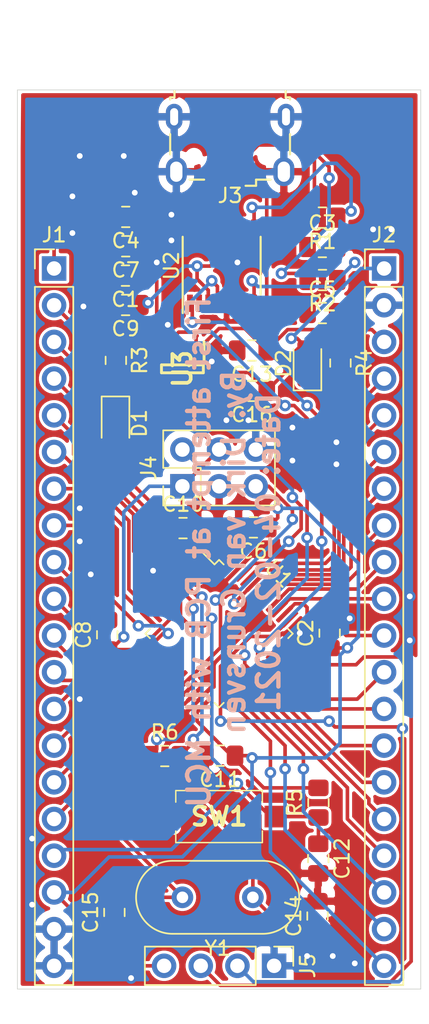
<source format=kicad_pcb>
(kicad_pcb (version 20171130) (host pcbnew "(5.1.6)-1")
  (layers (0 F.Cu signal) (31 B.Cu signal) (34 B.Paste user hide) (35 F.Paste user hide) (36 B.SilkS user) (37 F.SilkS user) (38 B.Mask user hide) (39 F.Mask user) (44 Edge.Cuts user))
  (net 0 "")
  (net 1 +3V3)
  (net 2 GND)
  (net 3 /USB_D-)
  (net 4 /USB_D+)
  (net 5 "Net-(C9-Pad1)")
  (net 6 /RESET)
  (net 7 +5V)
  (net 8 /OSCIN)
  (net 9 /OSCOUT)
  (net 10 "Net-(D1-Pad1)")
  (net 11 "Net-(D2-Pad1)")
  (net 12 /PC13)
  (net 13 /PC14)
  (net 14 /PC15)
  (net 15 /PA0)
  (net 16 /PA1)
  (net 17 /PA2)
  (net 18 /PA3)
  (net 19 /PA4)
  (net 20 /PA5)
  (net 21 /PA6)
  (net 22 /PA7)
  (net 23 /PB0)
  (net 24 /PB1)
  (net 25 /PB10)
  (net 26 /PB11)
  (net 27 /PB9)
  (net 28 /PB8)
  (net 29 /PB7)
  (net 30 /PB6)
  (net 31 /PB5)
  (net 32 /PB4)
  (net 33 /PB3)
  (net 34 /PA15)
  (net 35 /PA12)
  (net 36 /PA11)
  (net 37 /TXD_USB)
  (net 38 /RXD_USB)
  (net 39 /PA8)
  (net 40 /PB15)
  (net 41 /PB14)
  (net 42 /PB13)
  (net 43 /PB12)
  (net 44 "Net-(J3-Pad4)")
  (net 45 /SWCLK)
  (net 46 /SWDIO)
  (net 47 "Net-(R1-Pad1)")
  (net 48 "Net-(R2-Pad1)")
  (net 49 /BOOT1)
  (net 50 /BOOT0)
  (net 51 "Net-(U2-Pad2)")
  (net 52 "Net-(U2-Pad6)")
  (net 53 "Net-(U2-Pad7)")
  (net 54 "Net-(U2-Pad14)")
  (net 55 "Net-(U2-Pad15)")
  (net 56 "Net-(U2-Pad16)")
  (net 57 "Net-(U3-Pad4)")
  (module SamacSys_Parts:SOT95P280X110-5N (layer F.Cu) (at 62.23 54.864 270)
    (fp_text reference U3 (at 0 0 90) (layer F.SilkS) (effects (font (size 1.27 1.27) (thickness 0.254))))
    (fp_text value TLV70033_SOT353 hide)
    (pad 5 smd rect (at 1.25 -0.95) (size 0.6 1.25) (layers F.Cu F.Paste F.Mask) (net 1 +3V3))
    (pad 4 smd rect (at 1.25 0.95) (size 0.6 1.25) (layers F.Cu F.Paste F.Mask) (net 57 "Net-(U3-Pad4)"))
    (pad 3 smd rect (at -1.25 0.95) (size 0.6 1.25) (layers F.Cu F.Paste F.Mask) (net 7 +5V))
    (pad 2 smd rect (at -1.25 0) (size 0.6 1.25) (layers F.Cu F.Paste F.Mask) (net 2 GND))
    (pad 1 smd rect (at -1.25 -0.95) (size 0.6 1.25) (layers F.Cu F.Paste F.Mask) (net 7 +5V))
  )
  (module Connector_PinHeader_2.54mm:PinHeader_1x20_P2.54mm_Vertical (layer F.Cu) (at 53.34 47.92)
    (fp_text reference J1 (at 0 -2.33) (layer F.SilkS))
    (fp_text value Conn_01x20)
    (pad 20 thru_hole oval (at 0 48.26) (size 1.7 1.7) (drill 1) (layers *.Cu *.Mask) (net 2 GND))
    (pad 19 thru_hole oval (at 0 45.72) (size 1.7 1.7) (drill 1) (layers *.Cu *.Mask) (net 2 GND))
    (pad 18 thru_hole oval (at 0 43.18) (size 1.7 1.7) (drill 1) (layers *.Cu *.Mask) (net 1 +3V3))
    (pad 17 thru_hole oval (at 0 40.64) (size 1.7 1.7) (drill 1) (layers *.Cu *.Mask) (net 6 /RESET))
    (pad 16 thru_hole oval (at 0 38.1) (size 1.7 1.7) (drill 1) (layers *.Cu *.Mask) (net 26 /PB11))
    (pad 15 thru_hole oval (at 0 35.56) (size 1.7 1.7) (drill 1) (layers *.Cu *.Mask) (net 25 /PB10))
    (pad 14 thru_hole oval (at 0 33.02) (size 1.7 1.7) (drill 1) (layers *.Cu *.Mask) (net 24 /PB1))
    (pad 13 thru_hole oval (at 0 30.48) (size 1.7 1.7) (drill 1) (layers *.Cu *.Mask) (net 23 /PB0))
    (pad 12 thru_hole oval (at 0 27.94) (size 1.7 1.7) (drill 1) (layers *.Cu *.Mask) (net 22 /PA7))
    (pad 11 thru_hole oval (at 0 25.4) (size 1.7 1.7) (drill 1) (layers *.Cu *.Mask) (net 21 /PA6))
    (pad 10 thru_hole oval (at 0 22.86) (size 1.7 1.7) (drill 1) (layers *.Cu *.Mask) (net 20 /PA5))
    (pad 9 thru_hole oval (at 0 20.32) (size 1.7 1.7) (drill 1) (layers *.Cu *.Mask) (net 19 /PA4))
    (pad 8 thru_hole oval (at 0 17.78) (size 1.7 1.7) (drill 1) (layers *.Cu *.Mask) (net 18 /PA3))
    (pad 7 thru_hole oval (at 0 15.24) (size 1.7 1.7) (drill 1) (layers *.Cu *.Mask) (net 17 /PA2))
    (pad 6 thru_hole oval (at 0 12.7) (size 1.7 1.7) (drill 1) (layers *.Cu *.Mask) (net 16 /PA1))
    (pad 5 thru_hole oval (at 0 10.16) (size 1.7 1.7) (drill 1) (layers *.Cu *.Mask) (net 15 /PA0))
    (pad 4 thru_hole oval (at 0 7.62) (size 1.7 1.7) (drill 1) (layers *.Cu *.Mask) (net 14 /PC15))
    (pad 3 thru_hole oval (at 0 5.08) (size 1.7 1.7) (drill 1) (layers *.Cu *.Mask) (net 13 /PC14))
    (pad 2 thru_hole oval (at 0 2.54) (size 1.7 1.7) (drill 1) (layers *.Cu *.Mask) (net 12 /PC13))
    (pad 1 thru_hole rect (at 0 0) (size 1.7 1.7) (drill 1) (layers *.Cu *.Mask) (net 1 +3V3))
  )
  (module SamacSys_Parts:RS282G05A3SMRT (layer F.Cu) (at 64.77 85.852)
    (fp_text reference SW1 (at 0 0) (layer F.SilkS) (effects (font (size 1.27 1.27) (thickness 0.254))))
    (fp_text value SW_SPST hide)
    (pad 2 smd rect (at 3.9 0 90) (size 1.5 1.5) (layers F.Cu F.Paste F.Mask) (net 6 /RESET))
    (pad 1 smd rect (at -3.9 0 90) (size 1.5 1.5) (layers F.Cu F.Paste F.Mask) (net 2 GND))
  )
  (module Connector_PinHeader_2.54mm:PinHeader_2x03_P2.54mm_Vertical (layer F.Cu) (at 62.23 62.992 90)
    (fp_text reference J4 (at 1.27 -2.33 90) (layer F.SilkS))
    (fp_text value Conn_02x03_Top_Bottom)
    (pad 6 thru_hole oval (at 2.54 5.08 90) (size 1.7 1.7) (drill 1) (layers *.Cu *.Mask) (net 2 GND))
    (pad 5 thru_hole oval (at 0 5.08 90) (size 1.7 1.7) (drill 1) (layers *.Cu *.Mask) (net 49 /BOOT1))
    (pad 4 thru_hole oval (at 2.54 2.54 90) (size 1.7 1.7) (drill 1) (layers *.Cu *.Mask) (net 1 +3V3))
    (pad 3 thru_hole oval (at 0 2.54 90) (size 1.7 1.7) (drill 1) (layers *.Cu *.Mask) (net 2 GND))
    (pad 2 thru_hole oval (at 2.54 0 90) (size 1.7 1.7) (drill 1) (layers *.Cu *.Mask) (net 50 /BOOT0))
    (pad 1 thru_hole rect (at 0 0 90) (size 1.7 1.7) (drill 1) (layers *.Cu *.Mask) (net 1 +3V3))
  )
  (module Capacitor_SMD:C_0805_2012Metric_Pad1.15x1.40mm_HandSolder (layer F.Cu) (at 58.284 48.4124 180)
    (fp_text reference C1 (at 0 -1.65) (layer F.SilkS))
    (fp_text value 100nF)
    (pad 1 smd roundrect (at -1.025 0 180) (size 1.15 1.4) (layers F.Cu F.Paste F.Mask) (roundrect_rratio 0.217391) (net 1 +3V3))
    (pad 2 smd roundrect (at 1.025 0 180) (size 1.15 1.4) (layers F.Cu F.Paste F.Mask) (roundrect_rratio 0.217391) (net 2 GND))
  )
  (module Capacitor_SMD:C_0805_2012Metric_Pad1.15x1.40mm_HandSolder (layer F.Cu) (at 72.4281 73.1557 90)
    (fp_text reference C2 (at 0 -1.65 90) (layer F.SilkS))
    (fp_text value 100nF)
    (pad 1 smd roundrect (at -1.025 0 90) (size 1.15 1.4) (layers F.Cu F.Paste F.Mask) (roundrect_rratio 0.217391) (net 1 +3V3))
    (pad 2 smd roundrect (at 1.025 0 90) (size 1.15 1.4) (layers F.Cu F.Paste F.Mask) (roundrect_rratio 0.217391) (net 2 GND))
  )
  (module Capacitor_SMD:C_0805_2012Metric_Pad1.15x1.40mm_HandSolder (layer F.Cu) (at 71.9238 46.4312)
    (fp_text reference C3 (at 0 -1.65) (layer F.SilkS))
    (fp_text value 47pF)
    (pad 1 smd roundrect (at -1.025 0) (size 1.15 1.4) (layers F.Cu F.Paste F.Mask) (roundrect_rratio 0.217391) (net 3 /USB_D-))
    (pad 2 smd roundrect (at 1.025 0) (size 1.15 1.4) (layers F.Cu F.Paste F.Mask) (roundrect_rratio 0.217391) (net 2 GND))
  )
  (module Capacitor_SMD:C_0805_2012Metric_Pad1.15x1.40mm_HandSolder (layer F.Cu) (at 58.302 44.3484 180)
    (fp_text reference C4 (at 0 -1.65) (layer F.SilkS))
    (fp_text value 100nF)
    (pad 2 smd roundrect (at 1.025 0 180) (size 1.15 1.4) (layers F.Cu F.Paste F.Mask) (roundrect_rratio 0.217391) (net 2 GND))
    (pad 1 smd roundrect (at -1.025 0 180) (size 1.15 1.4) (layers F.Cu F.Paste F.Mask) (roundrect_rratio 0.217391) (net 1 +3V3))
  )
  (module Capacitor_SMD:C_0805_2012Metric_Pad1.15x1.40mm_HandSolder (layer F.Cu) (at 71.9238 51.0032)
    (fp_text reference C5 (at 0 -1.65) (layer F.SilkS))
    (fp_text value 47pF)
    (pad 2 smd roundrect (at 1.025 0) (size 1.15 1.4) (layers F.Cu F.Paste F.Mask) (roundrect_rratio 0.217391) (net 2 GND))
    (pad 1 smd roundrect (at -1.025 0) (size 1.15 1.4) (layers F.Cu F.Paste F.Mask) (roundrect_rratio 0.217391) (net 4 /USB_D+))
  )
  (module Capacitor_SMD:C_0805_2012Metric_Pad1.15x1.40mm_HandSolder (layer F.Cu) (at 67.1486 65.8368 180)
    (fp_text reference C6 (at 0 -1.65) (layer F.SilkS))
    (fp_text value 100nF)
    (pad 1 smd roundrect (at -1.025 0 180) (size 1.15 1.4) (layers F.Cu F.Paste F.Mask) (roundrect_rratio 0.217391) (net 1 +3V3))
    (pad 2 smd roundrect (at 1.025 0 180) (size 1.15 1.4) (layers F.Cu F.Paste F.Mask) (roundrect_rratio 0.217391) (net 2 GND))
  )
  (module Capacitor_SMD:C_0805_2012Metric_Pad1.15x1.40mm_HandSolder (layer F.Cu) (at 58.302 46.3804 180)
    (fp_text reference C7 (at 0 -1.65) (layer F.SilkS))
    (fp_text value 4.7uF)
    (pad 1 smd roundrect (at -1.025 0 180) (size 1.15 1.4) (layers F.Cu F.Paste F.Mask) (roundrect_rratio 0.217391) (net 1 +3V3))
    (pad 2 smd roundrect (at 1.025 0 180) (size 1.15 1.4) (layers F.Cu F.Paste F.Mask) (roundrect_rratio 0.217391) (net 2 GND))
  )
  (module Capacitor_SMD:C_0805_2012Metric_Pad1.15x1.40mm_HandSolder (layer F.Cu) (at 57.023 73.27 90)
    (fp_text reference C8 (at 0 -1.65 90) (layer F.SilkS))
    (fp_text value 100nF)
    (pad 1 smd roundrect (at -1.025 0 90) (size 1.15 1.4) (layers F.Cu F.Paste F.Mask) (roundrect_rratio 0.217391) (net 1 +3V3))
    (pad 2 smd roundrect (at 1.025 0 90) (size 1.15 1.4) (layers F.Cu F.Paste F.Mask) (roundrect_rratio 0.217391) (net 2 GND))
  )
  (module Capacitor_SMD:C_0805_2012Metric_Pad1.15x1.40mm_HandSolder (layer F.Cu) (at 58.293 50.4444 180)
    (fp_text reference C9 (at 0 -1.65) (layer F.SilkS))
    (fp_text value 100nF)
    (pad 2 smd roundrect (at 1.025 0 180) (size 1.15 1.4) (layers F.Cu F.Paste F.Mask) (roundrect_rratio 0.217391) (net 2 GND))
    (pad 1 smd roundrect (at -1.025 0 180) (size 1.15 1.4) (layers F.Cu F.Paste F.Mask) (roundrect_rratio 0.217391) (net 5 "Net-(C9-Pad1)"))
  )
  (module Capacitor_SMD:C_0805_2012Metric_Pad1.15x1.40mm_HandSolder (layer F.Cu) (at 62.2718 65.8876)
    (fp_text reference C10 (at 0 -1.65) (layer F.SilkS))
    (fp_text value 4.7uF)
    (pad 2 smd roundrect (at 1.025 0) (size 1.15 1.4) (layers F.Cu F.Paste F.Mask) (roundrect_rratio 0.217391) (net 2 GND))
    (pad 1 smd roundrect (at -1.025 0) (size 1.15 1.4) (layers F.Cu F.Paste F.Mask) (roundrect_rratio 0.217391) (net 1 +3V3))
  )
  (module Capacitor_SMD:C_0805_2012Metric_Pad1.15x1.40mm_HandSolder (layer F.Cu) (at 64.8499 81.6356 180)
    (fp_text reference C11 (at 0 -1.65) (layer F.SilkS))
    (fp_text value 10nF)
    (pad 1 smd roundrect (at -1.025 0 180) (size 1.15 1.4) (layers F.Cu F.Paste F.Mask) (roundrect_rratio 0.217391) (net 1 +3V3))
    (pad 2 smd roundrect (at 1.025 0 180) (size 1.15 1.4) (layers F.Cu F.Paste F.Mask) (roundrect_rratio 0.217391) (net 2 GND))
  )
  (module Capacitor_SMD:C_0805_2012Metric_Pad1.15x1.40mm_HandSolder (layer F.Cu) (at 71.6407 88.7566 270)
    (fp_text reference C12 (at 0 -1.65 90) (layer F.SilkS))
    (fp_text value 1uF)
    (pad 2 smd roundrect (at 1.025 0 270) (size 1.15 1.4) (layers F.Cu F.Paste F.Mask) (roundrect_rratio 0.217391) (net 2 GND))
    (pad 1 smd roundrect (at -1.025 0 270) (size 1.15 1.4) (layers F.Cu F.Paste F.Mask) (roundrect_rratio 0.217391) (net 6 /RESET))
  )
  (module Capacitor_SMD:C_0805_2012Metric_Pad1.15x1.40mm_HandSolder (layer F.Cu) (at 67.047 53.594 180)
    (fp_text reference C13 (at 0 -1.65) (layer F.SilkS))
    (fp_text value 1uF)
    (pad 2 smd roundrect (at 1.025 0 180) (size 1.15 1.4) (layers F.Cu F.Paste F.Mask) (roundrect_rratio 0.217391) (net 2 GND))
    (pad 1 smd roundrect (at -1.025 0 180) (size 1.15 1.4) (layers F.Cu F.Paste F.Mask) (roundrect_rratio 0.217391) (net 7 +5V))
  )
  (module Capacitor_SMD:C_0805_2012Metric_Pad1.15x1.40mm_HandSolder (layer F.Cu) (at 71.5899 92.7354 90)
    (fp_text reference C14 (at 0 -1.65 90) (layer F.SilkS))
    (fp_text value 20pF)
    (pad 2 smd roundrect (at 1.025 0 90) (size 1.15 1.4) (layers F.Cu F.Paste F.Mask) (roundrect_rratio 0.217391) (net 2 GND))
    (pad 1 smd roundrect (at -1.025 0 90) (size 1.15 1.4) (layers F.Cu F.Paste F.Mask) (roundrect_rratio 0.217391) (net 8 /OSCIN))
  )
  (module Capacitor_SMD:C_0805_2012Metric_Pad1.15x1.40mm_HandSolder (layer F.Cu) (at 57.5183 92.4851 90)
    (fp_text reference C15 (at 0 -1.65 90) (layer F.SilkS))
    (fp_text value 20pF)
    (pad 1 smd roundrect (at -1.025 0 90) (size 1.15 1.4) (layers F.Cu F.Paste F.Mask) (roundrect_rratio 0.217391) (net 9 /OSCOUT))
    (pad 2 smd roundrect (at 1.025 0 90) (size 1.15 1.4) (layers F.Cu F.Paste F.Mask) (roundrect_rratio 0.217391) (net 2 GND))
  )
  (module Capacitor_SMD:C_0805_2012Metric_Pad1.15x1.40mm_HandSolder (layer F.Cu) (at 67.047 56.388 180)
    (fp_text reference C16 (at 0 -1.65) (layer F.SilkS))
    (fp_text value 1uF)
    (pad 1 smd roundrect (at -1.025 0 180) (size 1.15 1.4) (layers F.Cu F.Paste F.Mask) (roundrect_rratio 0.217391) (net 1 +3V3))
    (pad 2 smd roundrect (at 1.025 0 180) (size 1.15 1.4) (layers F.Cu F.Paste F.Mask) (roundrect_rratio 0.217391) (net 2 GND))
  )
  (module LED_SMD:LED_0805_2012Metric_Pad1.15x1.40mm_HandSolder (layer F.Cu) (at 57.5945 58.6359 270)
    (fp_text reference D1 (at 0 -1.65 90) (layer F.SilkS))
    (fp_text value LED)
    (pad 2 smd roundrect (at 1.025 0 270) (size 1.15 1.4) (layers F.Cu F.Paste F.Mask) (roundrect_rratio 0.217391) (net 1 +3V3))
    (pad 1 smd roundrect (at -1.025 0 270) (size 1.15 1.4) (layers F.Cu F.Paste F.Mask) (roundrect_rratio 0.217391) (net 10 "Net-(D1-Pad1)"))
  )
  (module LED_SMD:LED_0805_2012Metric_Pad1.15x1.40mm_HandSolder (layer F.Cu) (at 70.8914 54.4957 90)
    (fp_text reference D2 (at 0 -1.65 90) (layer F.SilkS))
    (fp_text value LED)
    (pad 1 smd roundrect (at -1.025 0 90) (size 1.15 1.4) (layers F.Cu F.Paste F.Mask) (roundrect_rratio 0.217391) (net 11 "Net-(D2-Pad1)"))
    (pad 2 smd roundrect (at 1.025 0 90) (size 1.15 1.4) (layers F.Cu F.Paste F.Mask) (roundrect_rratio 0.217391) (net 1 +3V3))
  )
  (module Connector_PinHeader_2.54mm:PinHeader_1x20_P2.54mm_Vertical (layer F.Cu) (at 76.2 47.92)
    (fp_text reference J2 (at 0 -2.33) (layer F.SilkS))
    (fp_text value Conn_01x20)
    (pad 1 thru_hole rect (at 0 0) (size 1.7 1.7) (drill 1) (layers *.Cu *.Mask) (net 1 +3V3))
    (pad 2 thru_hole oval (at 0 2.54) (size 1.7 1.7) (drill 1) (layers *.Cu *.Mask) (net 2 GND))
    (pad 3 thru_hole oval (at 0 5.08) (size 1.7 1.7) (drill 1) (layers *.Cu *.Mask) (net 7 +5V))
    (pad 4 thru_hole oval (at 0 7.62) (size 1.7 1.7) (drill 1) (layers *.Cu *.Mask) (net 27 /PB9))
    (pad 5 thru_hole oval (at 0 10.16) (size 1.7 1.7) (drill 1) (layers *.Cu *.Mask) (net 28 /PB8))
    (pad 6 thru_hole oval (at 0 12.7) (size 1.7 1.7) (drill 1) (layers *.Cu *.Mask) (net 29 /PB7))
    (pad 7 thru_hole oval (at 0 15.24) (size 1.7 1.7) (drill 1) (layers *.Cu *.Mask) (net 30 /PB6))
    (pad 8 thru_hole oval (at 0 17.78) (size 1.7 1.7) (drill 1) (layers *.Cu *.Mask) (net 31 /PB5))
    (pad 9 thru_hole oval (at 0 20.32) (size 1.7 1.7) (drill 1) (layers *.Cu *.Mask) (net 32 /PB4))
    (pad 10 thru_hole oval (at 0 22.86) (size 1.7 1.7) (drill 1) (layers *.Cu *.Mask) (net 33 /PB3))
    (pad 11 thru_hole oval (at 0 25.4) (size 1.7 1.7) (drill 1) (layers *.Cu *.Mask) (net 34 /PA15))
    (pad 12 thru_hole oval (at 0 27.94) (size 1.7 1.7) (drill 1) (layers *.Cu *.Mask) (net 35 /PA12))
    (pad 13 thru_hole oval (at 0 30.48) (size 1.7 1.7) (drill 1) (layers *.Cu *.Mask) (net 36 /PA11))
    (pad 14 thru_hole oval (at 0 33.02) (size 1.7 1.7) (drill 1) (layers *.Cu *.Mask) (net 37 /TXD_USB))
    (pad 15 thru_hole oval (at 0 35.56) (size 1.7 1.7) (drill 1) (layers *.Cu *.Mask) (net 38 /RXD_USB))
    (pad 16 thru_hole oval (at 0 38.1) (size 1.7 1.7) (drill 1) (layers *.Cu *.Mask) (net 39 /PA8))
    (pad 17 thru_hole oval (at 0 40.64) (size 1.7 1.7) (drill 1) (layers *.Cu *.Mask) (net 40 /PB15))
    (pad 18 thru_hole oval (at 0 43.18) (size 1.7 1.7) (drill 1) (layers *.Cu *.Mask) (net 41 /PB14))
    (pad 19 thru_hole oval (at 0 45.72) (size 1.7 1.7) (drill 1) (layers *.Cu *.Mask) (net 42 /PB13))
    (pad 20 thru_hole oval (at 0 48.26) (size 1.7 1.7) (drill 1) (layers *.Cu *.Mask) (net 43 /PB12))
  )
  (module Connector_USB:USB_Micro-B_Wuerth_629105150521 (layer F.Cu) (at 65.532 39.37 180)
    (fp_text reference J3 (at 0 -3.5) (layer F.SilkS))
    (fp_text value USB_B_Micro)
    (pad 1 smd rect (at -1.3 -1.9 180) (size 0.45 1.3) (layers F.Cu F.Paste F.Mask) (net 7 +5V))
    (pad 2 smd rect (at -0.65 -1.9 180) (size 0.45 1.3) (layers F.Cu F.Paste F.Mask) (net 3 /USB_D-))
    (pad 3 smd rect (at 0 -1.9 180) (size 0.45 1.3) (layers F.Cu F.Paste F.Mask) (net 4 /USB_D+))
    (pad 4 smd rect (at 0.65 -1.9 180) (size 0.45 1.3) (layers F.Cu F.Paste F.Mask) (net 44 "Net-(J3-Pad4)"))
    (pad 5 smd rect (at 1.3 -1.9 180) (size 0.45 1.3) (layers F.Cu F.Paste F.Mask) (net 2 GND))
    (pad 6 thru_hole oval (at -3.725 -1.85 180) (size 1.45 2) (drill oval 0.85 1.4) (layers *.Cu *.Mask) (net 2 GND))
    (pad 6 thru_hole oval (at 3.725 -1.85 180) (size 1.45 2) (drill oval 0.85 1.4) (layers *.Cu *.Mask) (net 2 GND))
    (pad 6 thru_hole oval (at -3.875 1.95 180) (size 1.15 1.8) (drill oval 0.55 1.2) (layers *.Cu *.Mask) (net 2 GND))
    (pad 6 thru_hole oval (at 3.875 1.95 180) (size 1.15 1.8) (drill oval 0.55 1.2) (layers *.Cu *.Mask) (net 2 GND))
    (pad "" np_thru_hole oval (at -2.5 -0.8 180) (size 0.8 0.8) (drill 0.8) (layers *.Cu *.Mask))
    (pad "" np_thru_hole oval (at 2.5 -0.8 180) (size 0.8 0.8) (drill 0.8) (layers *.Cu *.Mask))
  )
  (module Connector_PinHeader_2.54mm:PinHeader_1x04_P2.54mm_Vertical (layer F.Cu) (at 68.58 96.18 270)
    (fp_text reference J5 (at 0 -2.33 90) (layer F.SilkS))
    (fp_text value Conn_01x04_Male)
    (pad 1 thru_hole rect (at 0 0 270) (size 1.7 1.7) (drill 1) (layers *.Cu *.Mask) (net 2 GND))
    (pad 2 thru_hole oval (at 0 2.54 270) (size 1.7 1.7) (drill 1) (layers *.Cu *.Mask) (net 45 /SWCLK))
    (pad 3 thru_hole oval (at 0 5.08 270) (size 1.7 1.7) (drill 1) (layers *.Cu *.Mask) (net 46 /SWDIO))
    (pad 4 thru_hole oval (at 0 7.62 270) (size 1.7 1.7) (drill 1) (layers *.Cu *.Mask) (net 1 +3V3))
  )
  (module Resistor_SMD:R_0805_2012Metric_Pad1.15x1.40mm_HandSolder (layer F.Cu) (at 71.9238 44.3992 180)
    (fp_text reference R1 (at 0 -1.65) (layer F.SilkS))
    (fp_text value 27R)
    (pad 1 smd roundrect (at -1.025 0 180) (size 1.15 1.4) (layers F.Cu F.Paste F.Mask) (roundrect_rratio 0.217391) (net 47 "Net-(R1-Pad1)"))
    (pad 2 smd roundrect (at 1.025 0 180) (size 1.15 1.4) (layers F.Cu F.Paste F.Mask) (roundrect_rratio 0.217391) (net 3 /USB_D-))
  )
  (module Resistor_SMD:R_0805_2012Metric_Pad1.15x1.40mm_HandSolder (layer F.Cu) (at 71.9328 48.7172 180)
    (fp_text reference R2 (at 0 -1.65) (layer F.SilkS))
    (fp_text value 27R)
    (pad 2 smd roundrect (at 1.025 0 180) (size 1.15 1.4) (layers F.Cu F.Paste F.Mask) (roundrect_rratio 0.217391) (net 4 /USB_D+))
    (pad 1 smd roundrect (at -1.025 0 180) (size 1.15 1.4) (layers F.Cu F.Paste F.Mask) (roundrect_rratio 0.217391) (net 48 "Net-(R2-Pad1)"))
  )
  (module Resistor_SMD:R_0805_2012Metric_Pad1.15x1.40mm_HandSolder (layer F.Cu) (at 57.6199 54.2798 270)
    (fp_text reference R3 (at 0 -1.65 90) (layer F.SilkS))
    (fp_text value 510E)
    (pad 1 smd roundrect (at -1.025 0 270) (size 1.15 1.4) (layers F.Cu F.Paste F.Mask) (roundrect_rratio 0.217391) (net 12 /PC13))
    (pad 2 smd roundrect (at 1.025 0 270) (size 1.15 1.4) (layers F.Cu F.Paste F.Mask) (roundrect_rratio 0.217391) (net 10 "Net-(D1-Pad1)"))
  )
  (module Resistor_SMD:R_0805_2012Metric_Pad1.15x1.40mm_HandSolder (layer F.Cu) (at 73.1774 54.4613 270)
    (fp_text reference R4 (at 0 -1.65 90) (layer F.SilkS))
    (fp_text value 510E)
    (pad 2 smd roundrect (at 1.025 0 270) (size 1.15 1.4) (layers F.Cu F.Paste F.Mask) (roundrect_rratio 0.217391) (net 11 "Net-(D2-Pad1)"))
    (pad 1 smd roundrect (at -1.025 0 270) (size 1.15 1.4) (layers F.Cu F.Paste F.Mask) (roundrect_rratio 0.217391) (net 2 GND))
  )
  (module Resistor_SMD:R_0805_2012Metric_Pad1.15x1.40mm_HandSolder (layer F.Cu) (at 71.6534 84.8905 90)
    (fp_text reference R5 (at 0 -1.65 90) (layer F.SilkS))
    (fp_text value 10k)
    (pad 1 smd roundrect (at -1.025 0 90) (size 1.15 1.4) (layers F.Cu F.Paste F.Mask) (roundrect_rratio 0.217391) (net 6 /RESET))
    (pad 2 smd roundrect (at 1.025 0 90) (size 1.15 1.4) (layers F.Cu F.Paste F.Mask) (roundrect_rratio 0.217391) (net 1 +3V3))
  )
  (module Resistor_SMD:R_0805_2012Metric_Pad1.15x1.40mm_HandSolder (layer F.Cu) (at 61.0071 81.661)
    (fp_text reference R6 (at 0 -1.65 180) (layer F.SilkS))
    (fp_text value 1M)
    (pad 2 smd roundrect (at 1.025 0) (size 1.15 1.4) (layers F.Cu F.Paste F.Mask) (roundrect_rratio 0.217391) (net 8 /OSCIN))
    (pad 1 smd roundrect (at -1.025 0) (size 1.15 1.4) (layers F.Cu F.Paste F.Mask) (roundrect_rratio 0.217391) (net 9 /OSCOUT))
  )
  (module Package_QFP:LQFP-48_7x7mm_P0.5mm (layer F.Cu) (at 64.77 73.19 315)
    (fp_text reference U1 (at 0 -5.85 135) (layer F.SilkS))
    (fp_text value STM32F103C8Tx)
    (pad 48 smd roundrect (at -2.75 -4.1625 315) (size 0.3 1.475) (layers F.Cu F.Paste F.Mask) (net 1 +3V3))
    (pad 47 smd roundrect (at -2.25 -4.1625 315) (size 0.3 1.475) (layers F.Cu F.Paste F.Mask) (net 2 GND))
    (pad 46 smd roundrect (at -1.75 -4.1625 315) (size 0.3 1.475) (layers F.Cu F.Paste F.Mask) (net 27 /PB9))
    (pad 45 smd roundrect (at -1.25 -4.1625 315) (size 0.3 1.475) (layers F.Cu F.Paste F.Mask) (net 28 /PB8))
    (pad 44 smd roundrect (at -0.75 -4.1625 315) (size 0.3 1.475) (layers F.Cu F.Paste F.Mask) (net 50 /BOOT0))
    (pad 43 smd roundrect (at -0.25 -4.1625 315) (size 0.3 1.475) (layers F.Cu F.Paste F.Mask) (net 29 /PB7))
    (pad 42 smd roundrect (at 0.25 -4.1625 315) (size 0.3 1.475) (layers F.Cu F.Paste F.Mask) (net 30 /PB6))
    (pad 41 smd roundrect (at 0.75 -4.1625 315) (size 0.3 1.475) (layers F.Cu F.Paste F.Mask) (net 31 /PB5))
    (pad 40 smd roundrect (at 1.25 -4.1625 315) (size 0.3 1.475) (layers F.Cu F.Paste F.Mask) (net 32 /PB4))
    (pad 39 smd roundrect (at 1.75 -4.1625 315) (size 0.3 1.475) (layers F.Cu F.Paste F.Mask) (net 33 /PB3))
    (pad 38 smd roundrect (at 2.25 -4.1625 315) (size 0.3 1.475) (layers F.Cu F.Paste F.Mask) (net 34 /PA15))
    (pad 37 smd roundrect (at 2.75 -4.1625 315) (size 0.3 1.475) (layers F.Cu F.Paste F.Mask) (net 45 /SWCLK))
    (pad 36 smd roundrect (at 4.1625 -2.75 315) (size 1.475 0.3) (layers F.Cu F.Paste F.Mask) (net 1 +3V3))
    (pad 35 smd roundrect (at 4.1625 -2.25 315) (size 1.475 0.3) (layers F.Cu F.Paste F.Mask) (net 2 GND))
    (pad 34 smd roundrect (at 4.1625 -1.75 315) (size 1.475 0.3) (layers F.Cu F.Paste F.Mask) (net 46 /SWDIO))
    (pad 33 smd roundrect (at 4.1625 -1.25 315) (size 1.475 0.3) (layers F.Cu F.Paste F.Mask) (net 35 /PA12))
    (pad 32 smd roundrect (at 4.1625 -0.75 315) (size 1.475 0.3) (layers F.Cu F.Paste F.Mask) (net 36 /PA11))
    (pad 31 smd roundrect (at 4.1625 -0.25 315) (size 1.475 0.3) (layers F.Cu F.Paste F.Mask) (net 37 /TXD_USB))
    (pad 30 smd roundrect (at 4.1625 0.25 315) (size 1.475 0.3) (layers F.Cu F.Paste F.Mask) (net 38 /RXD_USB))
    (pad 29 smd roundrect (at 4.1625 0.75 315) (size 1.475 0.3) (layers F.Cu F.Paste F.Mask) (net 39 /PA8))
    (pad 28 smd roundrect (at 4.1625 1.25 315) (size 1.475 0.3) (layers F.Cu F.Paste F.Mask) (net 40 /PB15))
    (pad 27 smd roundrect (at 4.1625 1.75 315) (size 1.475 0.3) (layers F.Cu F.Paste F.Mask) (net 41 /PB14))
    (pad 26 smd roundrect (at 4.1625 2.25 315) (size 1.475 0.3) (layers F.Cu F.Paste F.Mask) (net 42 /PB13))
    (pad 25 smd roundrect (at 4.1625 2.75 315) (size 1.475 0.3) (layers F.Cu F.Paste F.Mask) (net 43 /PB12))
    (pad 24 smd roundrect (at 2.75 4.1625 315) (size 0.3 1.475) (layers F.Cu F.Paste F.Mask) (net 1 +3V3))
    (pad 23 smd roundrect (at 2.25 4.1625 315) (size 0.3 1.475) (layers F.Cu F.Paste F.Mask) (net 2 GND))
    (pad 22 smd roundrect (at 1.75 4.1625 315) (size 0.3 1.475) (layers F.Cu F.Paste F.Mask) (net 26 /PB11))
    (pad 21 smd roundrect (at 1.25 4.1625 315) (size 0.3 1.475) (layers F.Cu F.Paste F.Mask) (net 25 /PB10))
    (pad 20 smd roundrect (at 0.75 4.1625 315) (size 0.3 1.475) (layers F.Cu F.Paste F.Mask) (net 49 /BOOT1))
    (pad 19 smd roundrect (at 0.25 4.1625 315) (size 0.3 1.475) (layers F.Cu F.Paste F.Mask) (net 24 /PB1))
    (pad 18 smd roundrect (at -0.25 4.1625 315) (size 0.3 1.475) (layers F.Cu F.Paste F.Mask) (net 23 /PB0))
    (pad 17 smd roundrect (at -0.75 4.1625 315) (size 0.3 1.475) (layers F.Cu F.Paste F.Mask) (net 22 /PA7))
    (pad 16 smd roundrect (at -1.25 4.1625 315) (size 0.3 1.475) (layers F.Cu F.Paste F.Mask) (net 21 /PA6))
    (pad 15 smd roundrect (at -1.75 4.1625 315) (size 0.3 1.475) (layers F.Cu F.Paste F.Mask) (net 20 /PA5))
    (pad 14 smd roundrect (at -2.25 4.1625 315) (size 0.3 1.475) (layers F.Cu F.Paste F.Mask) (net 19 /PA4))
    (pad 13 smd roundrect (at -2.75 4.1625 315) (size 0.3 1.475) (layers F.Cu F.Paste F.Mask) (net 18 /PA3))
    (pad 12 smd roundrect (at -4.1625 2.75 315) (size 1.475 0.3) (layers F.Cu F.Paste F.Mask) (net 17 /PA2))
    (pad 11 smd roundrect (at -4.1625 2.25 315) (size 1.475 0.3) (layers F.Cu F.Paste F.Mask) (net 16 /PA1))
    (pad 10 smd roundrect (at -4.1625 1.75 315) (size 1.475 0.3) (layers F.Cu F.Paste F.Mask) (net 15 /PA0))
    (pad 9 smd roundrect (at -4.1625 1.25 315) (size 1.475 0.3) (layers F.Cu F.Paste F.Mask) (net 1 +3V3))
    (pad 8 smd roundrect (at -4.1625 0.75 315) (size 1.475 0.3) (layers F.Cu F.Paste F.Mask) (net 2 GND))
    (pad 7 smd roundrect (at -4.1625 0.25 315) (size 1.475 0.3) (layers F.Cu F.Paste F.Mask) (net 6 /RESET))
    (pad 6 smd roundrect (at -4.1625 -0.25 315) (size 1.475 0.3) (layers F.Cu F.Paste F.Mask) (net 9 /OSCOUT))
    (pad 5 smd roundrect (at -4.1625 -0.75 315) (size 1.475 0.3) (layers F.Cu F.Paste F.Mask) (net 8 /OSCIN))
    (pad 4 smd roundrect (at -4.1625 -1.25 315) (size 1.475 0.3) (layers F.Cu F.Paste F.Mask) (net 14 /PC15))
    (pad 3 smd roundrect (at -4.1625 -1.75 315) (size 1.475 0.3) (layers F.Cu F.Paste F.Mask) (net 13 /PC14))
    (pad 2 smd roundrect (at -4.1625 -2.25 315) (size 1.475 0.3) (layers F.Cu F.Paste F.Mask) (net 12 /PC13))
    (pad 1 smd roundrect (at -4.1625 -2.75 315) (size 1.475 0.3) (layers F.Cu F.Paste F.Mask) (net 1 +3V3))
  )
  (module Package_SO:SSOP-16_3.9x4.9mm_P0.635mm (layer F.Cu) (at 64.9732 47.7266 90)
    (fp_text reference U2 (at 0 -3.5 90) (layer F.SilkS))
    (fp_text value FT230XS)
    (pad 1 smd rect (at -2.6 -2.2225 90) (size 1.2 0.4) (layers F.Cu F.Paste F.Mask) (net 37 /TXD_USB))
    (pad 2 smd rect (at -2.6 -1.5875 90) (size 1.2 0.4) (layers F.Cu F.Paste F.Mask) (net 51 "Net-(U2-Pad2)"))
    (pad 3 smd rect (at -2.6 -0.9525 90) (size 1.2 0.4) (layers F.Cu F.Paste F.Mask) (net 5 "Net-(C9-Pad1)"))
    (pad 4 smd rect (at -2.6 -0.3175 90) (size 1.2 0.4) (layers F.Cu F.Paste F.Mask) (net 38 /RXD_USB))
    (pad 5 smd rect (at -2.6 0.3175 90) (size 1.2 0.4) (layers F.Cu F.Paste F.Mask) (net 2 GND))
    (pad 6 smd rect (at -2.6 0.9525 90) (size 1.2 0.4) (layers F.Cu F.Paste F.Mask) (net 52 "Net-(U2-Pad6)"))
    (pad 7 smd rect (at -2.6 1.5875 90) (size 1.2 0.4) (layers F.Cu F.Paste F.Mask) (net 53 "Net-(U2-Pad7)"))
    (pad 8 smd rect (at -2.6 2.2225 90) (size 1.2 0.4) (layers F.Cu F.Paste F.Mask) (net 48 "Net-(R2-Pad1)"))
    (pad 9 smd rect (at 2.6 2.2225 90) (size 1.2 0.4) (layers F.Cu F.Paste F.Mask) (net 47 "Net-(R1-Pad1)"))
    (pad 10 smd rect (at 2.6 1.5875 90) (size 1.2 0.4) (layers F.Cu F.Paste F.Mask) (net 5 "Net-(C9-Pad1)"))
    (pad 11 smd rect (at 2.6 0.9525 90) (size 1.2 0.4) (layers F.Cu F.Paste F.Mask) (net 5 "Net-(C9-Pad1)"))
    (pad 12 smd rect (at 2.6 0.3175 90) (size 1.2 0.4) (layers F.Cu F.Paste F.Mask) (net 1 +3V3))
    (pad 13 smd rect (at 2.6 -0.3175 90) (size 1.2 0.4) (layers F.Cu F.Paste F.Mask) (net 2 GND))
    (pad 14 smd rect (at 2.6 -0.9525 90) (size 1.2 0.4) (layers F.Cu F.Paste F.Mask) (net 54 "Net-(U2-Pad14)"))
    (pad 15 smd rect (at 2.6 -1.5875 90) (size 1.2 0.4) (layers F.Cu F.Paste F.Mask) (net 55 "Net-(U2-Pad15)"))
    (pad 16 smd rect (at 2.6 -2.2225 90) (size 1.2 0.4) (layers F.Cu F.Paste F.Mask) (net 56 "Net-(U2-Pad16)"))
  )
  (module Crystal:Crystal_HC49-U_Vertical (layer F.Cu) (at 67.11 91.44 180)
    (fp_text reference Y1 (at 2.44 -3.525) (layer F.SilkS))
    (fp_text value 8M)
    (pad 1 thru_hole circle (at 0 0 180) (size 1.5 1.5) (drill 0.8) (layers *.Cu *.Mask) (net 8 /OSCIN))
    (pad 2 thru_hole circle (at 4.88 0 180) (size 1.5 1.5) (drill 0.8) (layers *.Cu *.Mask) (net 9 /OSCOUT))
  )
  (gr_text "First attempt at PCB with MCU\nBy: Dirk van Grunsven\nDate: 04-02-2021" (at 65.786 67.564 90) (layer B.SilkS) (effects (font (size 1.5 1.5) (thickness 0.3)) (justify mirror)))
  (gr_line (start 78.74 97.79) (end 78.74 35.56) (layer Edge.Cuts) (width 0.05))
  (gr_line (start 50.8 35.56) (end 50.8 97.79) (layer Edge.Cuts) (width 0.05))
  (gr_line (start 78.74 97.79) (end 74.93 97.79) (layer Edge.Cuts) (width 0.05))
  (gr_line (start 50.8 35.56) (end 78.74 35.56) (layer Edge.Cuts) (width 0.05))
  (gr_line (start 54.61 97.79) (end 50.8 97.79) (layer Edge.Cuts) (width 0.05))
  (gr_line (start 74.93 97.79) (end 54.61 97.79) (layer Edge.Cuts) (width 0.05))
  (segment (start 66.802 55.118) (end 68.072 56.388) (width 0.25) (layer F.Cu) (net 1))
  (segment (start 64.77 55.118) (end 66.802 55.118) (width 0.25) (layer F.Cu) (net 1))
  (segment (start 63.694 56.194) (end 64.77 55.118) (width 0.25) (layer F.Cu) (net 1))
  (segment (start 70.8914 53.4707) (end 70.2273 53.4707) (width 0.25) (layer F.Cu) (net 1))
  (segment (start 70.2273 53.4707) (end 69.342 54.356) (width 0.25) (layer F.Cu) (net 1))
  (segment (start 69.342 55.118) (end 68.072 56.388) (width 0.25) (layer F.Cu) (net 1))
  (segment (start 69.342 54.356) (end 69.342 55.118) (width 0.25) (layer F.Cu) (net 1))
  (via (at 69.7698 52.755001) (size 0.8) (drill 0.4) (layers F.Cu B.Cu) (net 1))
  (segment (start 76.2 47.92) (end 74.604801 47.92) (width 0.25) (layer B.Cu) (net 1))
  (segment (start 74.604801 47.92) (end 69.7698 52.755001) (width 0.25) (layer B.Cu) (net 1))
  (segment (start 70.175701 52.755001) (end 70.8914 53.4707) (width 0.25) (layer F.Cu) (net 1))
  (segment (start 69.7698 52.755001) (end 70.175701 52.755001) (width 0.25) (layer F.Cu) (net 1))
  (segment (start 59.327 44.3484) (end 59.327 46.3804) (width 0.25) (layer F.Cu) (net 1))
  (segment (start 59.309 46.3984) (end 59.327 46.3804) (width 0.25) (layer F.Cu) (net 1))
  (segment (start 59.309 48.4124) (end 59.309 46.3984) (width 0.25) (layer F.Cu) (net 1))
  (segment (start 59.327 44.3484) (end 59.7916 44.3484) (width 0.25) (layer F.Cu) (net 1))
  (segment (start 59.7916 44.3484) (end 60.706 43.434) (width 0.25) (layer F.Cu) (net 1))
  (segment (start 65.2907 44.2766) (end 65.2907 45.1266) (width 0.25) (layer F.Cu) (net 1))
  (segment (start 64.4481 43.434) (end 65.2907 44.2766) (width 0.25) (layer F.Cu) (net 1))
  (segment (start 60.706 43.434) (end 64.4481 43.434) (width 0.25) (layer F.Cu) (net 1))
  (segment (start 60.452 48.768) (end 60.0964 48.4124) (width 0.25) (layer F.Cu) (net 1))
  (segment (start 60.0964 48.4124) (end 59.309 48.4124) (width 0.25) (layer F.Cu) (net 1))
  (segment (start 60.452 57.15) (end 60.452 48.768) (width 0.25) (layer F.Cu) (net 1))
  (segment (start 57.9411 59.6609) (end 60.452 57.15) (width 0.25) (layer F.Cu) (net 1))
  (segment (start 57.5945 59.6609) (end 57.9411 59.6609) (width 0.25) (layer F.Cu) (net 1))
  (segment (start 62.88 58.562) (end 64.77 60.452) (width 0.25) (layer F.Cu) (net 1))
  (segment (start 53.34 47.92) (end 53.34 42.672) (width 0.25) (layer F.Cu) (net 1))
  (segment (start 53.34 42.672) (end 54.864 41.148) (width 0.25) (layer F.Cu) (net 1))
  (segment (start 54.864 41.148) (end 58.42 41.148) (width 0.25) (layer F.Cu) (net 1))
  (segment (start 58.42 41.148) (end 59.69 42.418) (width 0.25) (layer F.Cu) (net 1))
  (segment (start 59.69 43.9854) (end 59.327 44.3484) (width 0.25) (layer F.Cu) (net 1))
  (segment (start 59.69 42.418) (end 59.69 43.9854) (width 0.25) (layer F.Cu) (net 1))
  (segment (start 62.23 62.992) (end 64.77 60.452) (width 0.25) (layer F.Cu) (net 1))
  (segment (start 62.23 64.9044) (end 61.2468 65.8876) (width 0.25) (layer F.Cu) (net 1))
  (segment (start 62.23 62.992) (end 62.23 64.9044) (width 0.25) (layer F.Cu) (net 1))
  (via (at 68.834 64.516) (size 0.8) (drill 0.4) (layers F.Cu B.Cu) (net 1))
  (segment (start 62.23 62.992) (end 63.754 64.516) (width 0.25) (layer B.Cu) (net 1))
  (segment (start 63.754 64.516) (end 68.834 64.516) (width 0.25) (layer B.Cu) (net 1))
  (segment (start 68.834 65.1764) (end 68.1736 65.8368) (width 0.25) (layer F.Cu) (net 1))
  (segment (start 68.834 64.516) (end 68.834 65.1764) (width 0.25) (layer F.Cu) (net 1))
  (via (at 58.166 73.406) (size 0.8) (drill 0.4) (layers F.Cu B.Cu) (net 1))
  (segment (start 57.023 74.295) (end 57.277 74.295) (width 0.25) (layer F.Cu) (net 1))
  (segment (start 57.277 74.295) (end 58.166 73.406) (width 0.25) (layer F.Cu) (net 1))
  (segment (start 59.944 62.992) (end 62.23 62.992) (width 0.25) (layer B.Cu) (net 1))
  (segment (start 58.166 73.406) (end 58.166 64.77) (width 0.25) (layer B.Cu) (net 1))
  (segment (start 58.166 64.77) (end 59.944 62.992) (width 0.25) (layer B.Cu) (net 1))
  (segment (start 72.4281 74.1807) (end 73.6473 74.1807) (width 0.25) (layer F.Cu) (net 1))
  (via (at 73.66 74.168) (size 0.8) (drill 0.4) (layers F.Cu B.Cu) (net 1))
  (segment (start 73.6473 74.1807) (end 73.66 74.168) (width 0.25) (layer F.Cu) (net 1))
  (segment (start 73.66 74.168) (end 74.422 73.406) (width 0.25) (layer B.Cu) (net 1))
  (segment (start 74.422 73.406) (end 74.422 68.326) (width 0.25) (layer B.Cu) (net 1))
  (segment (start 70.612 64.516) (end 68.834 64.516) (width 0.25) (layer B.Cu) (net 1))
  (segment (start 74.422 68.326) (end 70.612 64.516) (width 0.25) (layer B.Cu) (net 1))
  (segment (start 65.8749 81.6356) (end 66.9036 81.6356) (width 0.25) (layer F.Cu) (net 1))
  (via (at 67.056 81.788) (size 0.8) (drill 0.4) (layers F.Cu B.Cu) (net 1))
  (segment (start 66.9036 81.6356) (end 67.056 81.788) (width 0.25) (layer F.Cu) (net 1))
  (segment (start 67.056 81.788) (end 72.136 81.788) (width 0.25) (layer B.Cu) (net 1))
  (segment (start 72.136 81.788) (end 73.152 80.772) (width 0.25) (layer B.Cu) (net 1))
  (segment (start 73.152 74.676) (end 73.66 74.168) (width 0.25) (layer B.Cu) (net 1))
  (segment (start 73.152 80.772) (end 73.152 74.676) (width 0.25) (layer B.Cu) (net 1))
  (segment (start 65.8749 81.6356) (end 65.8749 81.8769) (width 0.25) (layer F.Cu) (net 1))
  (segment (start 67.8635 83.8655) (end 71.6534 83.8655) (width 0.25) (layer F.Cu) (net 1))
  (segment (start 65.8749 81.8769) (end 67.8635 83.8655) (width 0.25) (layer F.Cu) (net 1))
  (segment (start 53.34 91.1) (end 55.626 93.386) (width 0.25) (layer F.Cu) (net 1))
  (segment (start 55.626 93.386) (end 55.626 94.488) (width 0.25) (layer F.Cu) (net 1))
  (segment (start 57.318 96.18) (end 60.96 96.18) (width 0.25) (layer F.Cu) (net 1))
  (segment (start 55.626 94.488) (end 57.318 96.18) (width 0.25) (layer F.Cu) (net 1))
  (segment (start 53.34 91.1) (end 54.696 91.1) (width 0.25) (layer B.Cu) (net 1))
  (segment (start 54.696 91.1) (end 57.15 88.646) (width 0.25) (layer B.Cu) (net 1))
  (segment (start 57.15 88.646) (end 62.23 88.646) (width 0.25) (layer B.Cu) (net 1))
  (segment (start 67.056 83.82) (end 67.056 81.788) (width 0.25) (layer B.Cu) (net 1))
  (segment (start 62.23 88.646) (end 67.056 83.82) (width 0.25) (layer B.Cu) (net 1))
  (segment (start 61.468 71.655766) (end 60.942785 71.130551) (width 0.25) (layer F.Cu) (net 1))
  (segment (start 61.468 72.10085) (end 61.468 71.655766) (width 0.25) (layer F.Cu) (net 1))
  (segment (start 59.27385 74.295) (end 61.468 72.10085) (width 0.25) (layer F.Cu) (net 1))
  (segment (start 57.023 74.295) (end 59.27385 74.295) (width 0.25) (layer F.Cu) (net 1))
  (segment (start 65.8749 81.6356) (end 65.6336 81.6356) (width 0.25) (layer F.Cu) (net 1))
  (segment (start 65.6336 81.6356) (end 63.246 79.248) (width 0.25) (layer F.Cu) (net 1))
  (segment (start 63.246 78.603088) (end 63.771212 78.077876) (width 0.25) (layer F.Cu) (net 1))
  (segment (start 63.246 79.248) (end 63.246 78.603088) (width 0.25) (layer F.Cu) (net 1))
  (segment (start 72.4281 74.1807) (end 71.6153 74.1807) (width 0.25) (layer F.Cu) (net 1))
  (segment (start 71.6153 74.1807) (end 70.866 74.93) (width 0.25) (layer F.Cu) (net 1))
  (segment (start 70.399088 74.93) (end 69.657876 74.188788) (width 0.25) (layer F.Cu) (net 1))
  (segment (start 70.866 74.93) (end 70.399088 74.93) (width 0.25) (layer F.Cu) (net 1))
  (segment (start 68.1736 65.897312) (end 65.768788 68.302124) (width 0.25) (layer F.Cu) (net 1))
  (segment (start 68.1736 65.8368) (end 68.1736 65.897312) (width 0.25) (layer F.Cu) (net 1))
  (segment (start 61.356688 65.8876) (end 63.771212 68.302124) (width 0.25) (layer F.Cu) (net 1))
  (segment (start 61.2468 65.8876) (end 61.356688 65.8876) (width 0.25) (layer F.Cu) (net 1))
  (segment (start 62.144 57.15) (end 63.18 56.114) (width 0.25) (layer F.Cu) (net 1))
  (segment (start 60.452 57.15) (end 62.144 57.15) (width 0.25) (layer F.Cu) (net 1))
  (segment (start 62.88 58.562) (end 62.88 57.77) (width 0.25) (layer F.Cu) (net 1))
  (segment (start 63.18 57.47) (end 63.18 56.114) (width 0.25) (layer F.Cu) (net 1))
  (segment (start 62.88 57.77) (end 63.18 57.47) (width 0.25) (layer F.Cu) (net 1))
  (segment (start 63.26 56.194) (end 63.18 56.114) (width 0.25) (layer F.Cu) (net 1))
  (segment (start 63.694 56.194) (end 63.26 56.194) (width 0.25) (layer F.Cu) (net 1))
  (via (at 60.198 68.834) (size 0.8) (drill 0.4) (layers F.Cu B.Cu) (net 2))
  (via (at 61.468 44.196) (size 0.8) (drill 0.4) (layers F.Cu B.Cu) (net 2))
  (via (at 55.88 69.088) (size 0.8) (drill 0.4) (layers F.Cu B.Cu) (net 2))
  (segment (start 55.88 71.102) (end 57.023 72.245) (width 0.25) (layer F.Cu) (net 2))
  (segment (start 55.88 69.088) (end 55.88 71.102) (width 0.25) (layer F.Cu) (net 2))
  (segment (start 68.856375 74.094395) (end 68.856375 73.459417) (width 0.25) (layer F.Cu) (net 2))
  (segment (start 69.304322 74.542342) (end 68.856375 74.094395) (width 0.25) (layer F.Cu) (net 2))
  (via (at 70.358 73.152) (size 0.8) (drill 0.4) (layers F.Cu B.Cu) (net 2))
  (segment (start 68.856375 73.459417) (end 69.163792 73.152) (width 0.25) (layer F.Cu) (net 2))
  (segment (start 69.163792 73.152) (end 70.358 73.152) (width 0.25) (layer F.Cu) (net 2))
  (segment (start 70.358 73.152) (end 72.644 73.152) (width 0.25) (layer B.Cu) (net 2))
  (via (at 73.817 72.136) (size 0.8) (drill 0.4) (layers F.Cu B.Cu) (net 2))
  (segment (start 72.644 73.152) (end 73.66 72.136) (width 0.25) (layer B.Cu) (net 2))
  (segment (start 73.66 72.136) (end 73.817 72.136) (width 0.25) (layer B.Cu) (net 2))
  (segment (start 72.4334 72.136) (end 72.4281 72.1307) (width 0.25) (layer F.Cu) (net 2))
  (segment (start 73.817 72.136) (end 72.4334 72.136) (width 0.25) (layer F.Cu) (net 2))
  (via (at 64.262 54.356) (size 0.8) (drill 0.4) (layers F.Cu B.Cu) (net 2))
  (via (at 66.04 47.498) (size 0.8) (drill 0.4) (layers F.Cu B.Cu) (net 2))
  (via (at 61.468 45.974) (size 0.8) (drill 0.4) (layers F.Cu B.Cu) (net 2))
  (via (at 60.452 47.498) (size 0.8) (drill 0.4) (layers F.Cu B.Cu) (net 2))
  (via (at 58.928 42.672) (size 0.8) (drill 0.4) (layers F.Cu B.Cu) (net 2))
  (via (at 54.61 42.926) (size 0.8) (drill 0.4) (layers F.Cu B.Cu) (net 2))
  (via (at 54.61 45.466) (size 0.8) (drill 0.4) (layers F.Cu B.Cu) (net 2))
  (via (at 55.372 50.546) (size 0.8) (drill 0.4) (layers F.Cu B.Cu) (net 2))
  (via (at 55.118 64.516) (size 0.8) (drill 0.4) (layers F.Cu B.Cu) (net 2))
  (via (at 55.118 66.802) (size 0.8) (drill 0.4) (layers F.Cu B.Cu) (net 2))
  (via (at 55.118 77.724) (size 0.8) (drill 0.4) (layers F.Cu B.Cu) (net 2))
  (via (at 51.816 87.376) (size 0.8) (drill 0.4) (layers F.Cu B.Cu) (net 2))
  (via (at 51.816 91.948) (size 0.8) (drill 0.4) (layers F.Cu B.Cu) (net 2))
  (via (at 58.674 97.028) (size 0.8) (drill 0.4) (layers F.Cu B.Cu) (net 2))
  (via (at 70.866 95.504) (size 0.8) (drill 0.4) (layers F.Cu B.Cu) (net 2))
  (via (at 72.644 95.504) (size 0.8) (drill 0.4) (layers F.Cu B.Cu) (net 2))
  (via (at 74.168 96.012) (size 0.8) (drill 0.4) (layers F.Cu B.Cu) (net 2))
  (via (at 77.978 73.66) (size 0.8) (drill 0.4) (layers F.Cu B.Cu) (net 2))
  (via (at 77.978 70.612) (size 0.8) (drill 0.4) (layers F.Cu B.Cu) (net 2))
  (via (at 72.898 61.468) (size 0.8) (drill 0.4) (layers F.Cu B.Cu) (net 2))
  (via (at 72.898 59.944) (size 0.8) (drill 0.4) (layers F.Cu B.Cu) (net 2))
  (via (at 69.85 58.928) (size 0.8) (drill 0.4) (layers F.Cu B.Cu) (net 2))
  (via (at 69.85 61.214) (size 0.8) (drill 0.4) (layers F.Cu B.Cu) (net 2))
  (via (at 66.802 58.42) (size 0.8) (drill 0.4) (layers F.Cu B.Cu) (net 2))
  (via (at 65.278 58.42) (size 0.8) (drill 0.4) (layers F.Cu B.Cu) (net 2))
  (via (at 75.438 45.212) (size 0.8) (drill 0.4) (layers F.Cu B.Cu) (net 2))
  (via (at 76.708 45.212) (size 0.8) (drill 0.4) (layers F.Cu B.Cu) (net 2))
  (via (at 58.166 40.132) (size 0.8) (drill 0.4) (layers F.Cu B.Cu) (net 2))
  (via (at 55.118 40.132) (size 0.8) (drill 0.4) (layers F.Cu B.Cu) (net 2))
  (via (at 61.214 51.816) (size 0.8) (drill 0.4) (layers F.Cu B.Cu) (net 2))
  (segment (start 71.374 43.924) (end 70.8988 44.3992) (width 0.25) (layer F.Cu) (net 3))
  (segment (start 66.182 40.675998) (end 67.487998 39.37) (width 0.25) (layer F.Cu) (net 3))
  (segment (start 66.182 41.27) (end 66.182 40.675998) (width 0.25) (layer F.Cu) (net 3))
  (segment (start 70.358 39.37) (end 71.374 40.386) (width 0.25) (layer F.Cu) (net 3))
  (segment (start 67.487998 39.37) (end 70.358 39.37) (width 0.25) (layer F.Cu) (net 3))
  (segment (start 71.374 40.386) (end 71.374 43.924) (width 0.25) (layer F.Cu) (net 3))
  (segment (start 67.168008 39.03999) (end 70.53599 39.03999) (width 0.25) (layer F.Cu) (net 4))
  (segment (start 65.532 41.27) (end 65.532 40.675998) (width 0.25) (layer F.Cu) (net 4))
  (segment (start 65.532 40.675998) (end 67.168008 39.03999) (width 0.25) (layer F.Cu) (net 4))
  (via (at 72.39 41.656) (size 0.8) (drill 0.4) (layers F.Cu B.Cu) (net 4))
  (segment (start 70.53599 39.03999) (end 72.39 40.894) (width 0.25) (layer F.Cu) (net 4))
  (segment (start 72.39 40.894) (end 72.39 41.656) (width 0.25) (layer F.Cu) (net 4))
  (via (at 69.088 48.26) (size 0.8) (drill 0.4) (layers F.Cu B.Cu) (net 4))
  (segment (start 72.39 41.656) (end 72.39 44.958) (width 0.25) (layer B.Cu) (net 4))
  (segment (start 72.39 44.958) (end 69.088 48.26) (width 0.25) (layer B.Cu) (net 4))
  (segment (start 70.4506 48.26) (end 70.9078 48.7172) (width 0.25) (layer F.Cu) (net 4))
  (segment (start 69.088 48.26) (end 70.4506 48.26) (width 0.25) (layer F.Cu) (net 4))
  (via (at 63.246 47.752) (size 0.8) (drill 0.4) (layers F.Cu B.Cu) (net 5))
  (segment (start 63.246 48.647402) (end 63.246 47.752) (width 0.25) (layer F.Cu) (net 5))
  (segment (start 64.0207 50.3266) (end 64.0207 49.422102) (width 0.25) (layer F.Cu) (net 5))
  (segment (start 64.0207 49.422102) (end 63.246 48.647402) (width 0.25) (layer F.Cu) (net 5))
  (via (at 59.847 50.292) (size 0.8) (drill 0.4) (layers F.Cu B.Cu) (net 5))
  (segment (start 63.246 47.752) (end 62.387 47.752) (width 0.25) (layer B.Cu) (net 5))
  (segment (start 62.387 47.752) (end 59.847 50.292) (width 0.25) (layer B.Cu) (net 5))
  (segment (start 59.4704 50.292) (end 59.318 50.4444) (width 0.25) (layer F.Cu) (net 5))
  (segment (start 59.847 50.292) (end 59.4704 50.292) (width 0.25) (layer F.Cu) (net 5))
  (segment (start 65.9257 45.9766) (end 65.9257 45.1266) (width 0.25) (layer F.Cu) (net 5))
  (segment (start 64.1503 47.752) (end 65.9257 45.9766) (width 0.25) (layer F.Cu) (net 5))
  (segment (start 63.246 47.752) (end 64.1503 47.752) (width 0.25) (layer F.Cu) (net 5))
  (segment (start 65.9257 45.1266) (end 66.5607 45.1266) (width 0.25) (layer F.Cu) (net 5))
  (segment (start 62.097839 70.871393) (end 62.097839 72.003839) (width 0.25) (layer F.Cu) (net 6))
  (segment (start 61.649891 70.423445) (end 62.097839 70.871393) (width 0.25) (layer F.Cu) (net 6))
  (segment (start 62.097839 72.003839) (end 62.738 72.644) (width 0.25) (layer F.Cu) (net 6))
  (via (at 64.262 72.136) (size 0.8) (drill 0.4) (layers F.Cu B.Cu) (net 6))
  (segment (start 62.738 72.644) (end 63.754 72.644) (width 0.25) (layer F.Cu) (net 6))
  (segment (start 63.754 72.644) (end 64.262 72.136) (width 0.25) (layer F.Cu) (net 6))
  (segment (start 64.262 72.136) (end 64.262 80.264) (width 0.25) (layer B.Cu) (net 6))
  (segment (start 64.262 80.264) (end 64.262 81.788) (width 0.25) (layer B.Cu) (net 6))
  (via (at 66.04 83.566) (size 0.8) (drill 0.4) (layers F.Cu B.Cu) (net 6))
  (segment (start 64.262 81.788) (end 66.04 83.566) (width 0.25) (layer B.Cu) (net 6))
  (segment (start 68.326 85.852) (end 68.67 85.852) (width 0.25) (layer F.Cu) (net 6))
  (segment (start 66.04 83.566) (end 68.326 85.852) (width 0.25) (layer F.Cu) (net 6))
  (segment (start 71.5899 85.852) (end 71.6534 85.9155) (width 0.25) (layer F.Cu) (net 6))
  (segment (start 68.67 85.852) (end 71.5899 85.852) (width 0.25) (layer F.Cu) (net 6))
  (segment (start 71.6534 87.7189) (end 71.6407 87.7316) (width 0.25) (layer F.Cu) (net 6))
  (segment (start 71.6534 85.9155) (end 71.6534 87.7189) (width 0.25) (layer F.Cu) (net 6))
  (segment (start 53.34 88.56) (end 53.762 88.138) (width 0.25) (layer B.Cu) (net 6))
  (segment (start 61.468 88.138) (end 66.04 83.566) (width 0.25) (layer B.Cu) (net 6))
  (segment (start 53.762 88.138) (end 61.468 88.138) (width 0.25) (layer B.Cu) (net 6))
  (segment (start 68.072 42.51) (end 68.072 53.594) (width 0.25) (layer F.Cu) (net 7))
  (segment (start 66.832 41.27) (end 68.072 42.51) (width 0.25) (layer F.Cu) (net 7))
  (segment (start 69.515999 52.150001) (end 68.072 53.594) (width 0.25) (layer F.Cu) (net 7))
  (segment (start 75.350001 52.150001) (end 69.515999 52.150001) (width 0.25) (layer F.Cu) (net 7))
  (segment (start 76.2 53) (end 75.350001 52.150001) (width 0.25) (layer F.Cu) (net 7))
  (segment (start 66.548 52.07) (end 64.77 52.07) (width 0.25) (layer F.Cu) (net 7))
  (segment (start 68.072 53.594) (end 66.548 52.07) (width 0.25) (layer F.Cu) (net 7))
  (segment (start 64.77 52.07) (end 63.306 53.534) (width 0.25) (layer F.Cu) (net 7))
  (segment (start 63.18 52.644) (end 63.18 53.614) (width 0.25) (layer F.Cu) (net 7))
  (segment (start 61.28 53.02) (end 61.976 52.324) (width 0.25) (layer F.Cu) (net 7))
  (segment (start 63.246 52.578) (end 63.18 52.644) (width 0.25) (layer F.Cu) (net 7))
  (segment (start 61.28 53.614) (end 61.28 53.02) (width 0.25) (layer F.Cu) (net 7))
  (segment (start 61.976 52.324) (end 62.992 52.324) (width 0.25) (layer F.Cu) (net 7))
  (segment (start 62.992 52.324) (end 63.246 52.578) (width 0.25) (layer F.Cu) (net 7))
  (via (at 63.581294 70.657623) (size 0.8) (drill 0.4) (layers F.Cu B.Cu) (net 8))
  (segment (start 62.356998 69.716338) (end 63.298283 70.657623) (width 0.25) (layer F.Cu) (net 8))
  (segment (start 63.298283 70.657623) (end 63.581294 70.657623) (width 0.25) (layer F.Cu) (net 8))
  (via (at 62.992 80.518) (size 0.8) (drill 0.4) (layers F.Cu B.Cu) (net 8))
  (segment (start 63.581294 70.657623) (end 63.581294 79.928706) (width 0.25) (layer B.Cu) (net 8))
  (segment (start 63.581294 79.928706) (end 62.992 80.518) (width 0.25) (layer B.Cu) (net 8))
  (segment (start 62.992 80.7011) (end 62.0321 81.661) (width 0.25) (layer F.Cu) (net 8))
  (segment (start 62.992 80.518) (end 62.992 80.7011) (width 0.25) (layer F.Cu) (net 8))
  (segment (start 67.11 91.44) (end 69.142 93.472) (width 0.25) (layer F.Cu) (net 8))
  (segment (start 71.3015 93.472) (end 71.5899 93.7604) (width 0.25) (layer F.Cu) (net 8))
  (segment (start 69.142 93.472) (end 71.3015 93.472) (width 0.25) (layer F.Cu) (net 8))
  (segment (start 62.0321 81.661) (end 62.0321 83.3681) (width 0.25) (layer F.Cu) (net 8))
  (segment (start 67.11 88.446) (end 67.11 91.44) (width 0.25) (layer F.Cu) (net 8))
  (segment (start 62.0321 83.3681) (end 67.11 88.446) (width 0.25) (layer F.Cu) (net 8))
  (via (at 62.976294 71.454645) (size 0.8) (drill 0.4) (layers F.Cu B.Cu) (net 9))
  (segment (start 62.003445 70.069891) (end 62.976294 71.04274) (width 0.25) (layer F.Cu) (net 9))
  (segment (start 62.976294 71.04274) (end 62.976294 71.454645) (width 0.25) (layer F.Cu) (net 9))
  (segment (start 62.976294 71.454645) (end 62.976294 79.263706) (width 0.25) (layer B.Cu) (net 9))
  (via (at 60.452 80.518) (size 0.8) (drill 0.4) (layers F.Cu B.Cu) (net 9))
  (segment (start 62.976294 79.263706) (end 61.722 80.518) (width 0.25) (layer B.Cu) (net 9))
  (segment (start 61.722 80.518) (end 60.452 80.518) (width 0.25) (layer B.Cu) (net 9))
  (segment (start 60.452 81.1911) (end 59.9821 81.661) (width 0.25) (layer F.Cu) (net 9))
  (segment (start 60.452 80.518) (end 60.452 81.1911) (width 0.25) (layer F.Cu) (net 9))
  (segment (start 59.5884 91.44) (end 57.5183 93.5101) (width 0.25) (layer F.Cu) (net 9))
  (segment (start 62.23 91.44) (end 59.5884 91.44) (width 0.25) (layer F.Cu) (net 9))
  (segment (start 62.23 91.44) (end 58.166 87.376) (width 0.25) (layer F.Cu) (net 9))
  (segment (start 58.166 87.376) (end 58.166 84.582) (width 0.25) (layer F.Cu) (net 9))
  (segment (start 59.9821 82.7659) (end 59.9821 81.661) (width 0.25) (layer F.Cu) (net 9))
  (segment (start 58.166 84.582) (end 59.9821 82.7659) (width 0.25) (layer F.Cu) (net 9))
  (segment (start 73.143 55.5207) (end 73.1774 55.4863) (width 0.25) (layer F.Cu) (net 11))
  (segment (start 70.8914 55.5207) (end 73.143 55.5207) (width 0.25) (layer F.Cu) (net 11))
  (segment (start 53.34 50.46) (end 55.966 53.086) (width 0.25) (layer F.Cu) (net 12))
  (segment (start 57.4511 53.086) (end 57.6199 53.2548) (width 0.25) (layer F.Cu) (net 12))
  (segment (start 55.966 53.086) (end 57.4511 53.086) (width 0.25) (layer F.Cu) (net 12))
  (segment (start 60.452 66.802) (end 61.56398 66.802) (width 0.25) (layer F.Cu) (net 12))
  (segment (start 60.198 66.548) (end 60.452 66.802) (width 0.25) (layer F.Cu) (net 12))
  (segment (start 60.198 64.262) (end 60.198 66.548) (width 0.25) (layer F.Cu) (net 12))
  (segment (start 56.134 60.198) (end 60.198 64.262) (width 0.25) (layer F.Cu) (net 12))
  (segment (start 56.134 54.7407) (end 56.134 60.198) (width 0.25) (layer F.Cu) (net 12))
  (segment (start 61.56398 66.802) (end 63.417658 68.655678) (width 0.25) (layer F.Cu) (net 12))
  (segment (start 57.6199 53.2548) (end 56.134 54.7407) (width 0.25) (layer F.Cu) (net 12))
  (segment (start 53.34 53) (end 55.626 55.286) (width 0.25) (layer F.Cu) (net 13))
  (segment (start 55.626 55.286) (end 55.626 60.452) (width 0.25) (layer F.Cu) (net 13))
  (segment (start 55.626 60.452) (end 59.69 64.516) (width 0.25) (layer F.Cu) (net 13))
  (segment (start 59.69 64.516) (end 59.69 67.056) (width 0.25) (layer F.Cu) (net 13))
  (segment (start 59.69 67.056) (end 59.944 67.31) (width 0.25) (layer F.Cu) (net 13))
  (segment (start 61.364874 67.31) (end 63.064105 69.009231) (width 0.25) (layer F.Cu) (net 13))
  (segment (start 59.944 67.31) (end 61.364874 67.31) (width 0.25) (layer F.Cu) (net 13))
  (segment (start 61.165766 67.818) (end 62.710551 69.362785) (width 0.25) (layer F.Cu) (net 14))
  (segment (start 59.69 67.818) (end 61.165766 67.818) (width 0.25) (layer F.Cu) (net 14))
  (segment (start 55.118 57.318) (end 55.118 60.706) (width 0.25) (layer F.Cu) (net 14))
  (segment (start 55.118 60.706) (end 59.182 64.77) (width 0.25) (layer F.Cu) (net 14))
  (segment (start 53.34 55.54) (end 55.118 57.318) (width 0.25) (layer F.Cu) (net 14))
  (segment (start 59.182 64.77) (end 59.182 67.31) (width 0.25) (layer F.Cu) (net 14))
  (segment (start 59.182 67.31) (end 59.69 67.818) (width 0.25) (layer F.Cu) (net 14))
  (segment (start 53.34 58.08) (end 54.696 59.436) (width 0.25) (layer F.Cu) (net 15))
  (segment (start 54.696 59.436) (end 54.696 60.792) (width 0.25) (layer F.Cu) (net 15))
  (segment (start 54.696 60.792) (end 58.85199 64.94799) (width 0.25) (layer F.Cu) (net 15))
  (segment (start 58.85199 64.94799) (end 58.85199 67.48799) (width 0.25) (layer F.Cu) (net 15))
  (segment (start 58.85199 67.48799) (end 59.182 67.818) (width 0.25) (layer F.Cu) (net 15))
  (segment (start 59.182 70.076874) (end 60.589231 71.484105) (width 0.25) (layer F.Cu) (net 15))
  (segment (start 59.182 67.818) (end 59.182 70.076874) (width 0.25) (layer F.Cu) (net 15))
  (segment (start 58.52198 70.12396) (end 60.235678 71.837658) (width 0.25) (layer F.Cu) (net 16))
  (segment (start 53.762 60.62) (end 58.52198 65.37998) (width 0.25) (layer F.Cu) (net 16))
  (segment (start 58.52198 65.37998) (end 58.52198 70.12396) (width 0.25) (layer F.Cu) (net 16))
  (segment (start 53.34 60.62) (end 53.762 60.62) (width 0.25) (layer F.Cu) (net 16))
  (segment (start 58.166 70.475088) (end 59.882124 72.191212) (width 0.25) (layer F.Cu) (net 17))
  (segment (start 58.166 65.786) (end 58.166 70.475088) (width 0.25) (layer F.Cu) (net 17))
  (segment (start 53.34 63.16) (end 55.54 63.16) (width 0.25) (layer F.Cu) (net 17))
  (segment (start 55.54 63.16) (end 58.166 65.786) (width 0.25) (layer F.Cu) (net 17))
  (via (at 59.182 72.644) (size 0.8) (drill 0.4) (layers F.Cu B.Cu) (net 18))
  (via (at 61.243225 73.181225) (size 0.8) (drill 0.4) (layers F.Cu B.Cu) (net 18))
  (segment (start 59.182 72.644) (end 60.706 72.644) (width 0.25) (layer B.Cu) (net 18))
  (segment (start 60.706 72.644) (end 61.243225 73.181225) (width 0.25) (layer B.Cu) (net 18))
  (segment (start 60.889687 73.181225) (end 59.882124 74.188788) (width 0.25) (layer F.Cu) (net 18))
  (segment (start 61.243225 73.181225) (end 60.889687 73.181225) (width 0.25) (layer F.Cu) (net 18))
  (segment (start 56.81 70.272) (end 59.182 72.644) (width 0.25) (layer F.Cu) (net 18))
  (segment (start 56.81 66.126) (end 56.81 70.272) (width 0.25) (layer F.Cu) (net 18))
  (segment (start 56.384 65.7) (end 56.81 66.126) (width 0.25) (layer F.Cu) (net 18))
  (segment (start 53.34 65.7) (end 56.384 65.7) (width 0.25) (layer F.Cu) (net 18))
  (segment (start 55.372 74.422) (end 55.372 70.272) (width 0.25) (layer F.Cu) (net 19))
  (segment (start 55.372 70.272) (end 53.34 68.24) (width 0.25) (layer F.Cu) (net 19))
  (segment (start 56.388 75.438) (end 55.372 74.422) (width 0.25) (layer F.Cu) (net 19))
  (segment (start 60.235678 74.542342) (end 59.34002 75.438) (width 0.25) (layer F.Cu) (net 19))
  (segment (start 59.34002 75.438) (end 56.388 75.438) (width 0.25) (layer F.Cu) (net 19))
  (segment (start 56.21001 75.76801) (end 59.717116 75.76801) (width 0.25) (layer F.Cu) (net 20))
  (segment (start 54.864 74.422) (end 56.21001 75.76801) (width 0.25) (layer F.Cu) (net 20))
  (segment (start 59.717116 75.76801) (end 60.589231 74.895895) (width 0.25) (layer F.Cu) (net 20))
  (segment (start 54.864 72.304) (end 54.864 74.422) (width 0.25) (layer F.Cu) (net 20))
  (segment (start 53.34 70.78) (end 54.864 72.304) (width 0.25) (layer F.Cu) (net 20))
  (segment (start 53.34 73.32) (end 53.34 73.66) (width 0.25) (layer F.Cu) (net 21))
  (segment (start 60.094214 76.09802) (end 60.942785 75.249449) (width 0.25) (layer F.Cu) (net 21))
  (segment (start 55.77802 76.09802) (end 60.094214 76.09802) (width 0.25) (layer F.Cu) (net 21))
  (segment (start 53.34 73.66) (end 55.77802 76.09802) (width 0.25) (layer F.Cu) (net 21))
  (segment (start 53.34 75.86) (end 53.90803 76.42803) (width 0.25) (layer F.Cu) (net 22))
  (segment (start 60.47131 76.42803) (end 61.296338 75.603002) (width 0.25) (layer F.Cu) (net 22))
  (segment (start 53.90803 76.42803) (end 60.47131 76.42803) (width 0.25) (layer F.Cu) (net 22))
  (segment (start 60.644446 76.962) (end 61.649891 75.956555) (width 0.25) (layer F.Cu) (net 23))
  (segment (start 53.34 78.4) (end 54.778 76.962) (width 0.25) (layer F.Cu) (net 23))
  (segment (start 54.778 76.962) (end 60.644446 76.962) (width 0.25) (layer F.Cu) (net 23))
  (segment (start 53.34 80.94) (end 55.372 78.908) (width 0.25) (layer F.Cu) (net 24))
  (segment (start 55.372 78.908) (end 55.372 78.74) (width 0.25) (layer F.Cu) (net 24))
  (segment (start 61.021544 77.29201) (end 62.003445 76.310109) (width 0.25) (layer F.Cu) (net 24))
  (segment (start 56.81999 77.29201) (end 61.021544 77.29201) (width 0.25) (layer F.Cu) (net 24))
  (segment (start 55.372 78.74) (end 56.81999 77.29201) (width 0.25) (layer F.Cu) (net 24))
  (segment (start 57.022704 77.724) (end 62.003766 77.724) (width 0.25) (layer F.Cu) (net 25))
  (segment (start 62.003766 77.724) (end 62.710551 77.017215) (width 0.25) (layer F.Cu) (net 25))
  (segment (start 55.118 79.628704) (end 57.022704 77.724) (width 0.25) (layer F.Cu) (net 25))
  (segment (start 53.34 83.48) (end 55.118 81.702) (width 0.25) (layer F.Cu) (net 25))
  (segment (start 55.118 81.702) (end 55.118 79.628704) (width 0.25) (layer F.Cu) (net 25))
  (segment (start 53.34 86.02) (end 55.626 83.734) (width 0.25) (layer F.Cu) (net 26))
  (segment (start 55.626 83.734) (end 55.626 80.01) (width 0.25) (layer F.Cu) (net 26))
  (segment (start 62.380864 78.05401) (end 63.064105 77.370769) (width 0.25) (layer F.Cu) (net 26))
  (segment (start 57.58199 78.05401) (end 62.380864 78.05401) (width 0.25) (layer F.Cu) (net 26))
  (segment (start 55.626 80.01) (end 57.58199 78.05401) (width 0.25) (layer F.Cu) (net 26))
  (segment (start 66.475895 69.009231) (end 67.159126 68.326) (width 0.25) (layer F.Cu) (net 27))
  (segment (start 67.159126 68.326) (end 72.136 68.326) (width 0.25) (layer F.Cu) (net 27))
  (segment (start 72.74598 67.71602) (end 72.74598 62.89002) (width 0.25) (layer F.Cu) (net 27))
  (segment (start 72.136 68.326) (end 72.74598 67.71602) (width 0.25) (layer F.Cu) (net 27))
  (segment (start 74.34599 57.39401) (end 76.2 55.54) (width 0.25) (layer F.Cu) (net 27))
  (segment (start 74.34599 61.29001) (end 74.34599 57.39401) (width 0.25) (layer F.Cu) (net 27))
  (segment (start 72.74598 62.89002) (end 74.34599 61.29001) (width 0.25) (layer F.Cu) (net 27))
  (segment (start 76.2 58.08) (end 74.676 59.604) (width 0.25) (layer F.Cu) (net 28))
  (segment (start 74.676 61.677296) (end 73.07599 63.277306) (width 0.25) (layer F.Cu) (net 28))
  (segment (start 74.676 59.604) (end 74.676 61.677296) (width 0.25) (layer F.Cu) (net 28))
  (segment (start 73.07599 68.14801) (end 72.44004 68.78396) (width 0.25) (layer F.Cu) (net 28))
  (segment (start 73.07599 63.277306) (end 73.07599 68.14801) (width 0.25) (layer F.Cu) (net 28))
  (segment (start 67.408274 68.78396) (end 66.829449 69.362785) (width 0.25) (layer F.Cu) (net 28))
  (segment (start 72.44004 68.78396) (end 67.408274 68.78396) (width 0.25) (layer F.Cu) (net 28))
  (segment (start 72.61803 69.11397) (end 68.492476 69.11397) (width 0.25) (layer F.Cu) (net 29))
  (segment (start 68.492476 69.11397) (end 67.536555 70.069891) (width 0.25) (layer F.Cu) (net 29))
  (segment (start 73.406 68.326) (end 72.61803 69.11397) (width 0.25) (layer F.Cu) (net 29))
  (segment (start 76.2 60.62) (end 73.406 63.414) (width 0.25) (layer F.Cu) (net 29))
  (segment (start 73.406 63.414) (end 73.406 68.326) (width 0.25) (layer F.Cu) (net 29))
  (segment (start 76.2 63.16) (end 73.914 65.446) (width 0.25) (layer F.Cu) (net 30))
  (segment (start 73.914 65.446) (end 73.914 68.58) (width 0.25) (layer F.Cu) (net 30))
  (segment (start 68.869574 69.44398) (end 67.890109 70.423445) (width 0.25) (layer F.Cu) (net 30))
  (segment (start 73.05002 69.44398) (end 68.869574 69.44398) (width 0.25) (layer F.Cu) (net 30))
  (segment (start 73.914 68.58) (end 73.05002 69.44398) (width 0.25) (layer F.Cu) (net 30))
  (segment (start 76.2 65.7) (end 74.422 67.478) (width 0.25) (layer F.Cu) (net 31))
  (segment (start 74.422 67.478) (end 74.422 68.834) (width 0.25) (layer F.Cu) (net 31))
  (segment (start 73.48201 69.77399) (end 69.24667 69.77399) (width 0.25) (layer F.Cu) (net 31))
  (segment (start 69.24667 69.77399) (end 68.243662 70.776998) (width 0.25) (layer F.Cu) (net 31))
  (segment (start 74.422 68.834) (end 73.48201 69.77399) (width 0.25) (layer F.Cu) (net 31))
  (segment (start 76.2 68.24) (end 74.336 70.104) (width 0.25) (layer F.Cu) (net 32))
  (segment (start 69.623766 70.104) (end 68.597215 71.130551) (width 0.25) (layer F.Cu) (net 32))
  (segment (start 74.336 70.104) (end 69.623766 70.104) (width 0.25) (layer F.Cu) (net 32))
  (segment (start 69.654874 70.78) (end 68.950769 71.484105) (width 0.25) (layer F.Cu) (net 33))
  (segment (start 76.2 70.78) (end 69.654874 70.78) (width 0.25) (layer F.Cu) (net 33))
  (segment (start 76.2 73.32) (end 73.574 73.32) (width 0.25) (layer F.Cu) (net 34))
  (segment (start 73.574 73.32) (end 73.406 73.152) (width 0.25) (layer F.Cu) (net 34))
  (segment (start 72.030916 73.152) (end 70.866 71.987084) (width 0.25) (layer F.Cu) (net 34))
  (segment (start 73.406 73.152) (end 72.030916 73.152) (width 0.25) (layer F.Cu) (net 34))
  (segment (start 70.866 71.987084) (end 70.866 71.374) (width 0.25) (layer F.Cu) (net 34))
  (segment (start 70.866 71.374) (end 70.612 71.12) (width 0.25) (layer F.Cu) (net 34))
  (segment (start 70.02198 71.12) (end 69.304322 71.837658) (width 0.25) (layer F.Cu) (net 34))
  (segment (start 70.612 71.12) (end 70.02198 71.12) (width 0.25) (layer F.Cu) (net 34))
  (segment (start 76.2 75.86) (end 74.336 77.724) (width 0.25) (layer F.Cu) (net 35))
  (segment (start 71.071766 77.724) (end 68.597215 75.249449) (width 0.25) (layer F.Cu) (net 35))
  (segment (start 74.336 77.724) (end 71.071766 77.724) (width 0.25) (layer F.Cu) (net 35))
  (segment (start 71.04066 78.4) (end 68.243662 75.603002) (width 0.25) (layer F.Cu) (net 36))
  (segment (start 76.2 78.4) (end 71.04066 78.4) (width 0.25) (layer F.Cu) (net 36))
  (segment (start 72.873554 80.94) (end 67.890109 75.956555) (width 0.25) (layer F.Cu) (net 37))
  (segment (start 76.2 80.94) (end 72.873554 80.94) (width 0.25) (layer F.Cu) (net 37))
  (via (at 67.564 74.168) (size 0.8) (drill 0.4) (layers F.Cu B.Cu) (net 37))
  (segment (start 67.442161 74.289839) (end 67.564 74.168) (width 0.25) (layer F.Cu) (net 37))
  (segment (start 67.890109 75.956555) (end 67.442161 75.508607) (width 0.25) (layer F.Cu) (net 37))
  (segment (start 67.442161 75.508607) (end 67.442161 74.289839) (width 0.25) (layer F.Cu) (net 37))
  (via (at 71.882 66.802) (size 0.8) (drill 0.4) (layers F.Cu B.Cu) (net 37))
  (segment (start 67.564 74.168) (end 71.882 69.85) (width 0.25) (layer B.Cu) (net 37))
  (segment (start 71.882 69.85) (end 71.882 66.802) (width 0.25) (layer B.Cu) (net 37))
  (via (at 70.866 57.404) (size 0.8) (drill 0.4) (layers F.Cu B.Cu) (net 37))
  (segment (start 71.882 66.802) (end 71.882 58.42) (width 0.25) (layer F.Cu) (net 37))
  (segment (start 71.882 58.42) (end 70.866 57.404) (width 0.25) (layer F.Cu) (net 37))
  (via (at 62.9118 51.6422) (size 0.8) (drill 0.4) (layers F.Cu B.Cu) (net 37))
  (segment (start 70.866 57.404) (end 65.1042 51.6422) (width 0.25) (layer B.Cu) (net 37))
  (segment (start 65.1042 51.6422) (end 62.9118 51.6422) (width 0.25) (layer B.Cu) (net 37))
  (segment (start 62.9118 50.4877) (end 62.7507 50.3266) (width 0.25) (layer F.Cu) (net 37))
  (segment (start 62.9118 51.6422) (end 62.9118 50.4877) (width 0.25) (layer F.Cu) (net 37))
  (segment (start 74.706446 83.48) (end 67.536555 76.310109) (width 0.25) (layer F.Cu) (net 38))
  (segment (start 76.2 83.48) (end 74.706446 83.48) (width 0.25) (layer F.Cu) (net 38))
  (segment (start 67.536555 76.310109) (end 66.548 75.321554) (width 0.25) (layer F.Cu) (net 38))
  (via (at 66.548 74.676) (size 0.8) (drill 0.4) (layers F.Cu B.Cu) (net 38))
  (segment (start 66.548 75.321554) (end 66.548 74.676) (width 0.25) (layer F.Cu) (net 38))
  (segment (start 66.548 74.676) (end 66.548 73.66) (width 0.25) (layer B.Cu) (net 38))
  (segment (start 66.548 73.66) (end 69.85 70.358) (width 0.25) (layer B.Cu) (net 38))
  (segment (start 69.85 70.358) (end 70.866 69.342) (width 0.25) (layer B.Cu) (net 38))
  (via (at 70.866 66.548) (size 0.8) (drill 0.4) (layers F.Cu B.Cu) (net 38))
  (segment (start 70.866 69.342) (end 70.866 66.548) (width 0.25) (layer B.Cu) (net 38))
  (via (at 69.342 57.404) (size 0.8) (drill 0.4) (layers F.Cu B.Cu) (net 38))
  (segment (start 69.970598 57.404) (end 69.342 57.404) (width 0.25) (layer F.Cu) (net 38))
  (segment (start 70.866 66.548) (end 70.866 58.299402) (width 0.25) (layer F.Cu) (net 38))
  (segment (start 70.866 58.299402) (end 69.970598 57.404) (width 0.25) (layer F.Cu) (net 38))
  (segment (start 69.342 57.404) (end 64.516 52.578) (width 0.25) (layer B.Cu) (net 38))
  (segment (start 64.516 52.578) (end 64.262 52.324) (width 0.25) (layer B.Cu) (net 38))
  (segment (start 62.698198 52.324) (end 62.23 51.855802) (width 0.25) (layer B.Cu) (net 38))
  (segment (start 64.262 52.324) (end 62.698198 52.324) (width 0.25) (layer B.Cu) (net 38))
  (segment (start 62.23 51.855802) (end 62.23 51.428598) (width 0.25) (layer B.Cu) (net 38))
  (segment (start 62.23 51.428598) (end 62.23 50.8) (width 0.25) (layer B.Cu) (net 38))
  (via (at 64.262 48.768) (size 0.8) (drill 0.4) (layers F.Cu B.Cu) (net 38))
  (segment (start 62.23 50.8) (end 64.262 48.768) (width 0.25) (layer B.Cu) (net 38))
  (segment (start 64.6557 49.1617) (end 64.6557 50.3266) (width 0.25) (layer F.Cu) (net 38))
  (segment (start 64.262 48.768) (end 64.6557 49.1617) (width 0.25) (layer F.Cu) (net 38))
  (segment (start 75.144999 84.625659) (end 67.183002 76.663662) (width 0.25) (layer F.Cu) (net 39))
  (segment (start 75.144999 84.964999) (end 75.144999 84.625659) (width 0.25) (layer F.Cu) (net 39))
  (segment (start 76.2 86.02) (end 75.144999 84.964999) (width 0.25) (layer F.Cu) (net 39))
  (segment (start 76.2 88.56) (end 73.66 86.02) (width 0.25) (layer F.Cu) (net 40))
  (segment (start 73.66 83.847766) (end 66.829449 77.017215) (width 0.25) (layer F.Cu) (net 40))
  (segment (start 73.66 86.02) (end 73.66 83.847766) (width 0.25) (layer F.Cu) (net 40))
  (via (at 70.612 82.55) (size 0.8) (drill 0.4) (layers F.Cu B.Cu) (net 41))
  (segment (start 76.2 91.1) (end 70.612 85.512) (width 0.25) (layer B.Cu) (net 41))
  (segment (start 70.612 85.512) (end 70.612 82.55) (width 0.25) (layer B.Cu) (net 41))
  (segment (start 70.612 81.506874) (end 66.475895 77.370769) (width 0.25) (layer F.Cu) (net 41))
  (segment (start 70.612 82.55) (end 70.612 81.506874) (width 0.25) (layer F.Cu) (net 41))
  (via (at 69.342 82.55) (size 0.8) (drill 0.4) (layers F.Cu B.Cu) (net 42))
  (segment (start 76.2 93.64) (end 69.342 86.782) (width 0.25) (layer B.Cu) (net 42))
  (segment (start 69.342 86.782) (end 69.342 82.55) (width 0.25) (layer B.Cu) (net 42))
  (segment (start 69.342 80.94398) (end 66.122342 77.724322) (width 0.25) (layer F.Cu) (net 42))
  (segment (start 69.342 82.55) (end 69.342 80.94398) (width 0.25) (layer F.Cu) (net 42))
  (via (at 68.326 82.804) (size 0.8) (drill 0.4) (layers F.Cu B.Cu) (net 43))
  (segment (start 76.2 96.18) (end 68.326 88.306) (width 0.25) (layer B.Cu) (net 43))
  (segment (start 68.326 88.306) (end 68.326 82.804) (width 0.25) (layer B.Cu) (net 43))
  (segment (start 68.326 80.635088) (end 65.768788 78.077876) (width 0.25) (layer F.Cu) (net 43))
  (segment (start 68.326 82.804) (end 68.326 80.635088) (width 0.25) (layer F.Cu) (net 43))
  (segment (start 64.867 75.461598) (end 64.867 79.248) (width 0.25) (layer F.Cu) (net 45))
  (segment (start 66.941311 73.387287) (end 64.867 75.461598) (width 0.25) (layer F.Cu) (net 45))
  (segment (start 69.657876 72.191212) (end 68.461801 73.387287) (width 0.25) (layer F.Cu) (net 45))
  (via (at 64.867 79.248) (size 0.8) (drill 0.4) (layers F.Cu B.Cu) (net 45))
  (segment (start 68.461801 73.387287) (end 66.941311 73.387287) (width 0.25) (layer F.Cu) (net 45))
  (via (at 72.39 79.248) (size 0.8) (drill 0.4) (layers F.Cu B.Cu) (net 45))
  (segment (start 64.867 79.248) (end 72.39 79.248) (width 0.25) (layer B.Cu) (net 45))
  (segment (start 77.361999 79.647999) (end 77.47 79.756) (width 0.25) (layer F.Cu) (net 45))
  (via (at 77.47 79.756) (size 0.8) (drill 0.4) (layers F.Cu B.Cu) (net 45))
  (segment (start 72.39 79.248) (end 72.789999 79.647999) (width 0.25) (layer F.Cu) (net 45))
  (segment (start 72.789999 79.647999) (end 77.361999 79.647999) (width 0.25) (layer F.Cu) (net 45))
  (segment (start 67.142 97.282) (end 66.04 96.18) (width 0.25) (layer B.Cu) (net 45))
  (segment (start 77.216 97.282) (end 67.142 97.282) (width 0.25) (layer B.Cu) (net 45))
  (segment (start 77.47 97.028) (end 77.216 97.282) (width 0.25) (layer B.Cu) (net 45))
  (segment (start 77.47 79.756) (end 77.47 97.028) (width 0.25) (layer B.Cu) (net 45))
  (segment (start 74.262157 75.343843) (end 69.398717 75.343843) (width 0.25) (layer F.Cu) (net 46))
  (segment (start 74.801001 74.804999) (end 74.262157 75.343843) (width 0.25) (layer F.Cu) (net 46))
  (segment (start 77.852999 74.804999) (end 74.801001 74.804999) (width 0.25) (layer F.Cu) (net 46))
  (segment (start 69.398717 75.343843) (end 68.950769 74.895895) (width 0.25) (layer F.Cu) (net 46))
  (segment (start 63.5 96.18) (end 64.856 97.536) (width 0.25) (layer F.Cu) (net 46))
  (segment (start 64.856 97.536) (end 76.405402 97.536) (width 0.25) (layer F.Cu) (net 46))
  (segment (start 76.405402 97.536) (end 78.075001 95.866401) (width 0.25) (layer F.Cu) (net 46))
  (segment (start 78.075001 95.866401) (end 78.075001 75.027001) (width 0.25) (layer F.Cu) (net 46))
  (segment (start 78.075001 75.027001) (end 77.852999 74.804999) (width 0.25) (layer F.Cu) (net 46))
  (via (at 67.056 43.688) (size 0.8) (drill 0.4) (layers F.Cu B.Cu) (net 47))
  (segment (start 67.1957 45.1266) (end 67.1957 43.8277) (width 0.25) (layer F.Cu) (net 47))
  (segment (start 67.1957 43.8277) (end 67.056 43.688) (width 0.25) (layer F.Cu) (net 47))
  (segment (start 67.056 43.688) (end 68.379232 43.688) (width 0.25) (layer B.Cu) (net 47))
  (segment (start 68.379232 43.688) (end 69.088 43.688) (width 0.25) (layer B.Cu) (net 47))
  (segment (start 69.088 43.688) (end 72.136 40.64) (width 0.25) (layer B.Cu) (net 47))
  (segment (start 72.136 40.64) (end 72.898 40.64) (width 0.25) (layer B.Cu) (net 47))
  (segment (start 72.898 40.64) (end 73.914 41.656) (width 0.25) (layer B.Cu) (net 47))
  (via (at 73.914 43.942) (size 0.8) (drill 0.4) (layers F.Cu B.Cu) (net 47))
  (segment (start 73.914 41.656) (end 73.914 43.942) (width 0.25) (layer B.Cu) (net 47))
  (segment (start 73.406 43.942) (end 72.9488 44.3992) (width 0.25) (layer F.Cu) (net 47))
  (segment (start 73.914 43.942) (end 73.406 43.942) (width 0.25) (layer F.Cu) (net 47))
  (segment (start 67.1957 50.3266) (end 67.1957 48.9077) (width 0.25) (layer F.Cu) (net 48))
  (via (at 67.056 48.768) (size 0.8) (drill 0.4) (layers F.Cu B.Cu) (net 48))
  (segment (start 67.1957 48.9077) (end 67.056 48.768) (width 0.25) (layer F.Cu) (net 48))
  (via (at 74.168 47.498) (size 0.8) (drill 0.4) (layers F.Cu B.Cu) (net 48))
  (segment (start 67.056 48.768) (end 67.455999 49.167999) (width 0.25) (layer B.Cu) (net 48))
  (segment (start 72.498001 49.167999) (end 74.168 47.498) (width 0.25) (layer B.Cu) (net 48))
  (segment (start 67.455999 49.167999) (end 72.498001 49.167999) (width 0.25) (layer B.Cu) (net 48))
  (segment (start 74.168 47.507) (end 72.9578 48.7172) (width 0.25) (layer F.Cu) (net 48))
  (segment (start 74.168 47.498) (end 74.168 47.507) (width 0.25) (layer F.Cu) (net 48))
  (via (at 64.516 70.866) (size 0.8) (drill 0.4) (layers F.Cu B.Cu) (net 49))
  (segment (start 64.867001 71.217001) (end 64.516 70.866) (width 0.25) (layer F.Cu) (net 49))
  (segment (start 62.356998 76.663662) (end 64.867001 74.153659) (width 0.25) (layer F.Cu) (net 49))
  (segment (start 64.867001 74.153659) (end 64.867001 71.217001) (width 0.25) (layer F.Cu) (net 49))
  (via (at 69.85 65.278) (size 0.8) (drill 0.4) (layers F.Cu B.Cu) (net 49))
  (segment (start 64.516 70.866) (end 69.85 65.532) (width 0.25) (layer B.Cu) (net 49))
  (segment (start 69.85 65.532) (end 69.85 65.278) (width 0.25) (layer B.Cu) (net 49))
  (segment (start 68.205402 62.992) (end 67.31 62.992) (width 0.25) (layer F.Cu) (net 49))
  (segment (start 69.85 64.636598) (end 68.205402 62.992) (width 0.25) (layer F.Cu) (net 49))
  (segment (start 69.85 65.278) (end 69.85 64.636598) (width 0.25) (layer F.Cu) (net 49))
  (segment (start 62.23 60.452) (end 63.5 61.722) (width 0.25) (layer B.Cu) (net 50))
  (segment (start 63.5 61.722) (end 68.072 61.722) (width 0.25) (layer B.Cu) (net 50))
  (segment (start 68.072 61.722) (end 68.326 61.722) (width 0.25) (layer B.Cu) (net 50))
  (segment (start 68.326 61.722) (end 69.85 63.246) (width 0.25) (layer B.Cu) (net 50))
  (via (at 69.85 63.754) (size 0.8) (drill 0.4) (layers F.Cu B.Cu) (net 50))
  (segment (start 69.85 63.246) (end 69.85 63.754) (width 0.25) (layer B.Cu) (net 50))
  (segment (start 70.455001 65.942999) (end 69.596 66.802) (width 0.25) (layer F.Cu) (net 50))
  (via (at 69.596 66.802) (size 0.8) (drill 0.4) (layers F.Cu B.Cu) (net 50))
  (segment (start 69.85 63.754) (end 70.455001 64.359001) (width 0.25) (layer F.Cu) (net 50))
  (segment (start 70.455001 64.359001) (end 70.455001 65.942999) (width 0.25) (layer F.Cu) (net 50))
  (via (at 65.786 71.12) (size 0.8) (drill 0.4) (layers F.Cu B.Cu) (net 50))
  (segment (start 69.596 66.802) (end 65.786 70.612) (width 0.25) (layer B.Cu) (net 50))
  (segment (start 65.786 70.612) (end 65.786 71.12) (width 0.25) (layer B.Cu) (net 50))
  (segment (start 65.786 71.11334) (end 67.183002 69.716338) (width 0.25) (layer F.Cu) (net 50))
  (segment (start 65.786 71.12) (end 65.786 71.11334) (width 0.25) (layer F.Cu) (net 50))
  (zone (net 2) (net_name GND) (layer F.Cu) (connect_pads (clearance 0.2)) (min_thickness 0.254) (fill yes (arc_segments 32) (thermal_gap 0.508) (thermal_bridge_width 0.508))
    (polygon (pts (xy 78.486 29.337) (xy 79.248 100.203) (xy 50.4825 99.06) (xy 51.1175 29.464)))
  )
  (zone (net 2) (net_name GND) (layer B.Cu) (connect_pads (clearance 0.508)) (min_thickness 0.254) (fill yes (arc_segments 32) (thermal_gap 0.508) (thermal_bridge_width 0.508))
    (polygon (pts (xy 53.467 32.512) (xy 79.3115 32.9565) (xy 78.9305 99.8855) (xy 49.5935 100.0125) (xy 50.2285 41.2115) (xy 50.419 32.766)))
  )
)
</source>
